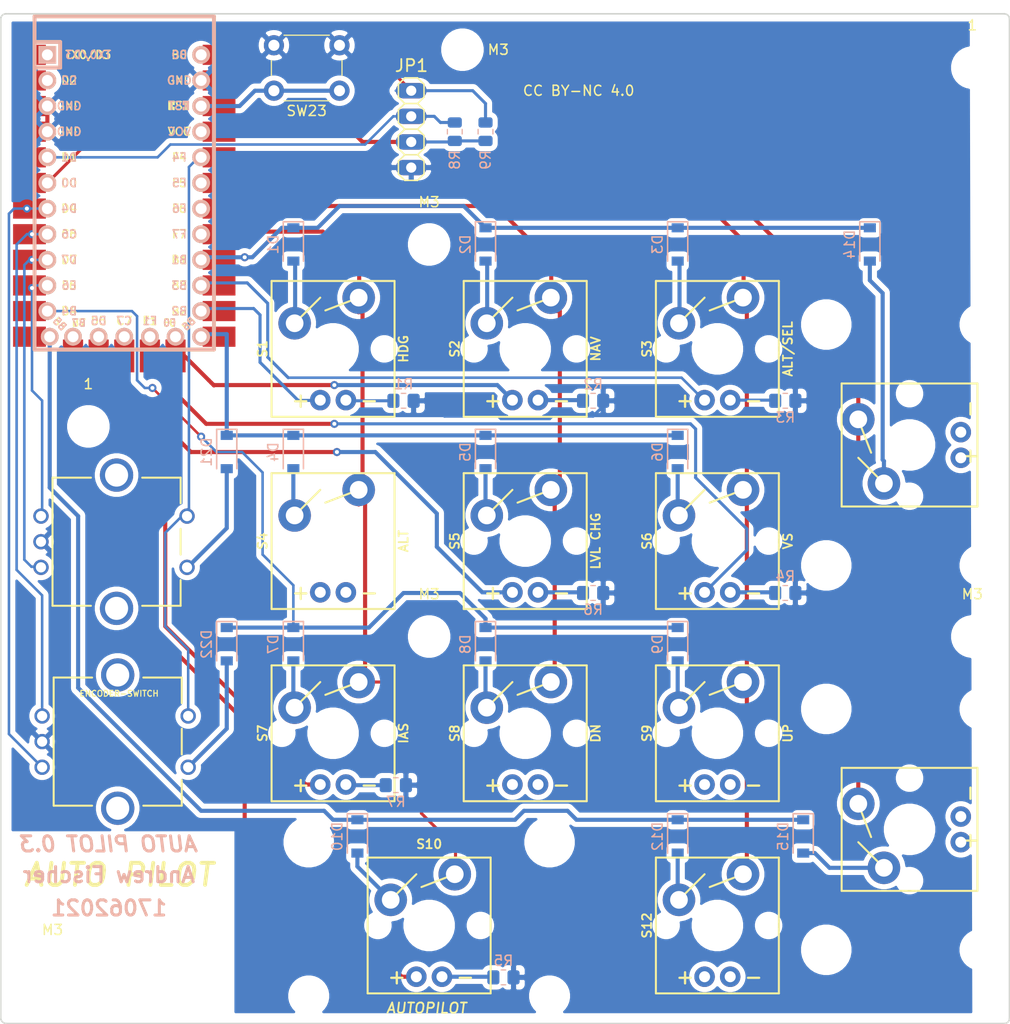
<source format=kicad_pcb>
(kicad_pcb (version 20171130) (host pcbnew "(5.1.9)-1")
  (title_block (title AutoPilot) (date 2021-06-17) (rev 0.3) (comment 2 https://creativecommons.org/licenses/by-nc/4.0/) (comment 3 "License: CC BY-NC 4.0") (comment 4 "Copyright (c) 2021 Andrew Fischer"))
  (layers (0 Top signal) (31 Bottom signal) (34 B.Paste user) (35 F.Paste user) (36 B.SilkS user) (37 F.SilkS user) (38 B.Mask user) (39 F.Mask user) (44 Edge.Cuts user))
  (net 0 "")
  (net 1 GND)
  (net 2 VCC)
  (net 3 "Net-(U1-Pad1)")
  (net 4 "Net-(U1-Pad2)")
  (net 5 "Net-(U1-Pad24)")
  (net 6 "Net-(R2-Pad2)")
  (net 7 "Net-(S4-PadK)")
  (net 8 "Net-(S4-PadA)")
  (net 9 "Net-(S12-PadK)")
  (net 10 "Net-(S12-PadA)")
  (net 11 "Net-(S9-PadK)")
  (net 12 "Net-(S9-PadA)")
  (net 13 "Net-(R1-Pad2)")
  (net 14 "Net-(R4-Pad2)")
  (net 15 "Net-(S14-PadK)")
  (net 16 "Net-(S14-PadA)")
  (net 17 "Net-(S15-PadK)")
  (net 18 "Net-(S15-PadA)")
  (net 19 F0)
  (net 20 F1)
  (net 21 EN1A)
  (net 22 EN1B)
  (net 23 "Net-(D1-Pad2)")
  (net 24 "Net-(R5-Pad2)")
  (net 25 "Net-(R6-Pad1)")
  (net 26 "Net-(R7-Pad1)")
  (net 27 D5)
  (net 28 C7)
  (net 29 B7)
  (net 30 "Net-(D2-Pad2)")
  (net 31 "Net-(D3-Pad2)")
  (net 32 "Net-(D4-Pad2)")
  (net 33 "Net-(D5-Pad2)")
  (net 34 "Net-(D6-Pad2)")
  (net 35 "Net-(D7-Pad2)")
  (net 36 "Net-(D8-Pad2)")
  (net 37 "Net-(D9-Pad2)")
  (net 38 ROW0)
  (net 39 ROW1)
  (net 40 ROW2)
  (net 41 "Net-(D10-Pad2)")
  (net 42 ROW3)
  (net 43 "Net-(D12-Pad2)")
  (net 44 "Net-(D14-Pad2)")
  (net 45 "Net-(D15-Pad2)")
  (net 46 "Net-(D21-Pad2)")
  (net 47 "Net-(D22-Pad2)")
  (net 48 SDA)
  (net 49 SCL)
  (net 50 COL0)
  (net 51 COL1)
  (net 52 COL2)
  (net 53 RST)
  (net 54 COL3)
  (net 55 EN2A)
  (net 56 EN2B)
  (net 57 B3)
  (net 58 B2)
  (net 59 "Net-(R3-Pad1)")
  (net 60 "Net-(S8-PadK)")
  (net 61 "Net-(S8-PadA)")
  (module AutoPilot:ROTARY_ENC_PLAIN (layer Top) (at 87.63 105.156 180)
    (fp_text reference S21 hide)
    (fp_text value ENCODER-SWITCH hide)
    (pad A thru_hole circle (at 7.493 2.54 180) (size 1.524 1.524) (drill 1.016) (layers *.Cu *.Mask) (net 21 EN1A))
    (pad B thru_hole circle (at 7.493 -2.54 180) (size 1.524 1.524) (drill 1.016) (layers *.Cu *.Mask) (net 22 EN1B))
    (pad SW- thru_hole circle (at -6.985 2.54 180) (size 1.524 1.524) (drill 1.016) (layers *.Cu *.Mask) (net 54 COL3))
    (pad P$4 thru_hole circle (at 0 6.604 180) (size 3.302 3.302) (drill 2.286) (layers *.Cu *.Mask))
    (pad P$3 thru_hole circle (at 0 -6.604 180) (size 3.302 3.302) (drill 2.286) (layers *.Cu *.Mask))
    (pad SW+ thru_hole circle (at -6.985 -2.54 180) (size 1.524 1.524) (drill 1.016) (layers *.Cu *.Mask) (net 46 "Net-(D21-Pad2)"))
    (pad C thru_hole circle (at 7.493 0 180) (size 1.524 1.524) (drill 1.016) (layers *.Cu *.Mask) (net 1 GND))
  )
  (module Resistor_SMD:R_0805_2012Metric (layer Bottom) (at 124.206 64.516 90)
    (fp_text reference R9 (at -2.794 0 270) (layer B.SilkS) (effects (justify mirror)))
    (fp_text value 5.6k)
    (pad 2 smd roundrect (at 0.9125 0 90) (size 1.025 1.4) (layers Bottom B.Paste B.Mask) (roundrect_rratio 0.2439004878048781) (net 49 SCL))
    (pad 1 smd roundrect (at -0.9125 0 90) (size 1.025 1.4) (layers Bottom B.Paste B.Mask) (roundrect_rratio 0.2439004878048781) (net 2 VCC))
  )
  (module Resistor_SMD:R_0805_2012Metric (layer Bottom) (at 121.158 64.516 90)
    (fp_text reference R8 (at -2.794 0 270) (layer B.SilkS) (effects (justify mirror)))
    (fp_text value 5.6k)
    (pad 2 smd roundrect (at 0.9125 0 90) (size 1.025 1.4) (layers Bottom B.Paste B.Mask) (roundrect_rratio 0.2439004878048781) (net 48 SDA))
    (pad 1 smd roundrect (at -0.9125 0 90) (size 1.025 1.4) (layers Bottom B.Paste B.Mask) (roundrect_rratio 0.2439004878048781) (net 2 VCC))
  )
  (module Symbol:Symbol_CC-Noncommercial_CopperTop_Small (layer Top) (at 132.842 64.262)
    (fp_text reference "CC BY-NC 4.0" (at 0.59944 -3.81) (layer F.SilkS))
    (fp_text value CC-Noncommercial)
    (fp_line (start 0 1.30048) (end 0 1.80086) (layer Top) (width 0.381))
    (fp_line (start 0 1.80086) (end 0 1.69926) (layer Top) (width 0.381))
    (fp_line (start 0 -1.50114) (end 0 -1.80086) (layer Top) (width 0.381))
    (fp_line (start -2.4003 -0.8001) (end 2.19964 0.89916) (layer Top) (width 0.381))
    (fp_line (start -2.30124 -0.89916) (end 2.4003 0.8001) (layer Top) (width 0.381))
    (fp_line (start 0.89916 -1.19888) (end 0.8001 -1.30048) (layer Top) (width 0.381))
    (fp_line (start 0.8001 -1.30048) (end 0.39878 -1.39954) (layer Top) (width 0.381))
    (fp_line (start 0.39878 -1.39954) (end -0.29972 -1.39954) (layer Top) (width 0.381))
    (fp_line (start -0.29972 -1.39954) (end -0.50038 -1.30048) (layer Top) (width 0.381))
    (fp_line (start -0.50038 -1.30048) (end -0.70104 -1.09982) (layer Top) (width 0.381))
    (fp_line (start -0.70104 -1.09982) (end -0.8001 -0.89916) (layer Top) (width 0.381))
    (fp_line (start -0.8001 -0.89916) (end -0.8001 -0.59944) (layer Top) (width 0.381))
    (fp_line (start -0.8001 -0.59944) (end -0.70104 -0.29972) (layer Top) (width 0.381))
    (fp_line (start -0.70104 -0.29972) (end -0.50038 -0.09906) (layer Top) (width 0.381))
    (fp_line (start -0.50038 -0.09906) (end 0.29972 0.20066) (layer Top) (width 0.381))
    (fp_line (start 0.29972 0.20066) (end 0.59944 0.39878) (layer Top) (width 0.381))
    (fp_line (start 0.59944 0.39878) (end 0.59944 0.8001) (layer Top) (width 0.381))
    (fp_line (start 0.59944 0.8001) (end 0.29972 1.00076) (layer Top) (width 0.381))
    (fp_line (start 0.29972 1.00076) (end -0.20066 1.09982) (layer Top) (width 0.381))
    (fp_line (start -0.20066 1.09982) (end -0.70104 1.00076) (layer Top) (width 0.381))
    (fp_line (start -0.70104 1.00076) (end -0.8001 1.00076) (layer Top) (width 0.381))
    (fp_line (start -0.8001 1.00076) (end -0.8001 1.19888) (layer Top) (width 0.381))
    (fp_line (start -0.8001 1.19888) (end -0.50038 1.30048) (layer Top) (width 0.381))
    (fp_line (start -0.50038 1.30048) (end 0.20066 1.30048) (layer Top) (width 0.381))
    (fp_line (start 0.20066 1.30048) (end 0.50038 1.19888) (layer Top) (width 0.381))
    (fp_line (start 0.50038 1.19888) (end 0.70104 1.00076) (layer Top) (width 0.381))
    (fp_line (start 0.70104 1.00076) (end 0.8001 0.8001) (layer Top) (width 0.381))
    (fp_line (start 0.8001 0.8001) (end 0.8001 0.50038) (layer Top) (width 0.381))
    (fp_line (start 0.8001 0.50038) (end 0.70104 0.20066) (layer Top) (width 0.381))
    (fp_line (start 0.70104 0.20066) (end 0.29972 -0.09906) (layer Top) (width 0.381))
    (fp_line (start 0.29972 -0.09906) (end -0.29972 -0.20066) (layer Top) (width 0.381))
    (fp_line (start -0.29972 -0.20066) (end -0.50038 -0.39878) (layer Top) (width 0.381))
    (fp_line (start -0.50038 -0.39878) (end -0.59944 -0.70104) (layer Top) (width 0.381))
    (fp_line (start -0.59944 -0.70104) (end -0.50038 -0.89916) (layer Top) (width 0.381))
    (fp_line (start -0.50038 -0.89916) (end -0.29972 -1.09982) (layer Top) (width 0.381))
    (fp_line (start -0.29972 -1.09982) (end 0.09906 -1.19888) (layer Top) (width 0.381))
    (fp_line (start 0.09906 -1.19888) (end 0.39878 -1.09982) (layer Top) (width 0.381))
    (fp_line (start 0.39878 -1.09982) (end 0.70104 -1.00076) (layer Top) (width 0.381))
    (fp_line (start 0.70104 -1.00076) (end 0.89916 -1.19888) (layer Top) (width 0.381))
    (fp_line (start 0 -2.49936) (end -0.09906 -2.49936) (layer Top) (width 0.381))
    (fp_line (start -0.09906 -2.49936) (end -0.70104 -2.4003) (layer Top) (width 0.381))
    (fp_line (start -0.70104 -2.4003) (end -1.19888 -2.19964) (layer Top) (width 0.381))
    (fp_line (start -1.19888 -2.19964) (end -1.69926 -1.80086) (layer Top) (width 0.381))
    (fp_line (start -1.69926 -1.80086) (end -2.19964 -1.19888) (layer Top) (width 0.381))
    (fp_line (start -2.19964 -1.19888) (end -2.4003 -0.8001) (layer Top) (width 0.381))
    (fp_line (start -2.4003 -0.8001) (end -2.49936 -0.29972) (layer Top) (width 0.381))
    (fp_line (start -2.49936 -0.29972) (end -2.49936 0.29972) (layer Top) (width 0.381))
    (fp_line (start -2.49936 0.29972) (end -2.30124 1.09982) (layer Top) (width 0.381))
    (fp_line (start -2.30124 1.09982) (end -1.69926 1.80086) (layer Top) (width 0.381))
    (fp_line (start -1.69926 1.80086) (end -1.19888 2.19964) (layer Top) (width 0.381))
    (fp_line (start -1.19888 2.19964) (end -0.50038 2.49936) (layer Top) (width 0.381))
    (fp_line (start -0.50038 2.49936) (end 0.29972 2.49936) (layer Top) (width 0.381))
    (fp_line (start 0.29972 2.49936) (end 0.89916 2.30124) (layer Top) (width 0.381))
    (fp_line (start 0.89916 2.30124) (end 1.50114 1.99898) (layer Top) (width 0.381))
    (fp_line (start 1.50114 1.99898) (end 1.99898 1.50114) (layer Top) (width 0.381))
    (fp_line (start 1.99898 1.50114) (end 2.4003 0.8001) (layer Top) (width 0.381))
    (fp_line (start 2.4003 0.8001) (end 2.49936 0.20066) (layer Top) (width 0.381))
    (fp_line (start 2.49936 0.20066) (end 2.49936 -0.39878) (layer Top) (width 0.381))
    (fp_line (start 2.49936 -0.39878) (end 2.30124 -1.00076) (layer Top) (width 0.381))
    (fp_line (start 2.30124 -1.00076) (end 1.99898 -1.50114) (layer Top) (width 0.381))
    (fp_line (start 1.99898 -1.50114) (end 1.50114 -1.99898) (layer Top) (width 0.381))
    (fp_line (start 1.50114 -1.99898) (end 1.00076 -2.30124) (layer Top) (width 0.381))
    (fp_line (start 1.00076 -2.30124) (end 0.59944 -2.4003) (layer Top) (width 0.381))
    (fp_line (start 0.59944 -2.4003) (end 0 -2.49936) (layer Top) (width 0.381))
  )
  (module MountingHole:MountingHole_3.2mm_M3 (layer Top) (at 84.836 93.726)
    (fp_text reference 1 (at 0 -4.2) (layer F.SilkS))
    (fp_text value M3)
    (pad "" np_thru_hole circle (at 0 0) (size 3.200001 3.200001) (drill 3.200001) (layers *.Cu *.Mask))
  )
  (module AutoPilot:CHERRY-MX-LED-2X1U (layer Top) (at 175.768 76.5175 180)
    (fp_text reference S14 hide)
    (fp_text value 2U-VERT hide)
    (fp_text user + (at 4.445 -21.209 90) (layer F.SilkS) (effects (font (size 1.4478 1.4478) (thickness 0.2286)) (justify left top)))
    (fp_text user - (at 4.445 -16.51 90) (layer F.SilkS) (effects (font (size 1.4478 1.4478) (thickness 0.2286)) (justify left top)))
    (pad "" np_thru_hole circle (at 17.78 -7.112 180) (size 3.9878 3.9878) (drill 3.9878) (layers *.Cu *.Mask))
    (pad "" np_thru_hole circle (at 17.78 -30.988 180) (size 3.9878 3.9878) (drill 3.9878) (layers *.Cu *.Mask))
    (pad "" np_thru_hole circle (at 2.54 -30.988 180) (size 3.048 3.048) (drill 3.048) (layers *.Cu *.Mask))
    (pad "" np_thru_hole circle (at 2.54 -7.112 180) (size 3.048 3.048) (drill 3.048) (layers *.Cu *.Mask))
    (pad "" np_thru_hole circle (at 9.525 -19.05 180) (size 4.0894 4.0894) (drill 4.0894) (layers *.Cu *.Mask))
    (pad "" np_thru_hole circle (at 9.525 -24.13 180) (size 1.706881 1.706881) (drill 1.706881) (layers *.Cu *.Mask))
    (pad "" np_thru_hole circle (at 9.525 -13.97 180) (size 1.706881 1.706881) (drill 1.706881) (layers *.Cu *.Mask))
    (pad A thru_hole circle (at 4.445 -20.32 90) (size 2.032 2.032) (drill 1.0922) (layers *.Cu *.Mask) (net 16 "Net-(S14-PadA)"))
    (pad K thru_hole circle (at 4.445 -17.78 90) (size 2.032 2.032) (drill 1.0922) (layers *.Cu *.Mask) (net 15 "Net-(S14-PadK)"))
    (pad S1 thru_hole circle (at 12.065 -22.86 90) (size 3.2258 3.2258) (drill 1.7526) (layers *.Cu *.Mask) (net 44 "Net-(D14-Pad2)"))
    (pad S2 thru_hole circle (at 14.605 -16.51 90) (size 3.2258 3.2258) (drill 1.7526) (layers *.Cu *.Mask) (net 54 COL3))
  )
  (module AutoPilot:CHERRY-MX-LED-2X1U (layer Top) (at 175.768 114.6175 180)
    (fp_text reference S15 hide)
    (fp_text value 2U-VERT hide)
    (fp_text user + (at 4.445 -21.209 90) (layer F.SilkS) (effects (font (size 1.4478 1.4478) (thickness 0.2286)) (justify left top)))
    (fp_text user - (at 4.445 -16.51 90) (layer F.SilkS) (effects (font (size 1.4478 1.4478) (thickness 0.2286)) (justify left top)))
    (pad "" np_thru_hole circle (at 17.78 -7.112 180) (size 3.9878 3.9878) (drill 3.9878) (layers *.Cu *.Mask))
    (pad "" np_thru_hole circle (at 17.78 -30.988 180) (size 3.9878 3.9878) (drill 3.9878) (layers *.Cu *.Mask))
    (pad "" np_thru_hole circle (at 2.54 -30.988 180) (size 3.048 3.048) (drill 3.048) (layers *.Cu *.Mask))
    (pad "" np_thru_hole circle (at 2.54 -7.112 180) (size 3.048 3.048) (drill 3.048) (layers *.Cu *.Mask))
    (pad "" np_thru_hole circle (at 9.525 -19.05 180) (size 4.0894 4.0894) (drill 4.0894) (layers *.Cu *.Mask))
    (pad "" np_thru_hole circle (at 9.525 -24.13 180) (size 1.706881 1.706881) (drill 1.706881) (layers *.Cu *.Mask))
    (pad "" np_thru_hole circle (at 9.525 -13.97 180) (size 1.706881 1.706881) (drill 1.706881) (layers *.Cu *.Mask))
    (pad A thru_hole circle (at 4.445 -20.32 90) (size 2.032 2.032) (drill 1.0922) (layers *.Cu *.Mask) (net 18 "Net-(S15-PadA)"))
    (pad K thru_hole circle (at 4.445 -17.78 90) (size 2.032 2.032) (drill 1.0922) (layers *.Cu *.Mask) (net 17 "Net-(S15-PadK)"))
    (pad S1 thru_hole circle (at 12.065 -22.86 90) (size 3.2258 3.2258) (drill 1.7526) (layers *.Cu *.Mask) (net 45 "Net-(D15-Pad2)"))
    (pad S2 thru_hole circle (at 14.605 -16.51 90) (size 3.2258 3.2258) (drill 1.7526) (layers *.Cu *.Mask) (net 54 COL3))
  )
  (module AutoPilot:CHERRY-MX-LED-1X2U (layer Top) (at 99.568 152.7175)
    (fp_text reference S10 (at 19.05 -17.5895 180) (layer F.SilkS) (effects (font (size 0.889 0.889) (thickness 0.1778))))
    (fp_text value AUTOPILOT (at 18.796 -1.3335 180) (layer F.SilkS) (effects (font (size 1.016 1.016) (thickness 0.1778) italic)))
    (fp_text user - (at 21.59 -4.445) (layer F.SilkS) (effects (font (size 1.4478 1.4478) (thickness 0.2286)) (justify left)))
    (fp_text user + (at 16.891 -4.445) (layer F.SilkS) (effects (font (size 1.4478 1.4478) (thickness 0.2286)) (justify right)))
    (pad "" np_thru_hole circle (at 7.112 -17.78) (size 3.9878 3.9878) (drill 3.9878) (layers *.Cu *.Mask))
    (pad "" np_thru_hole circle (at 30.988 -17.78) (size 3.9878 3.9878) (drill 3.9878) (layers *.Cu *.Mask))
    (pad "" np_thru_hole circle (at 30.988 -2.54) (size 3.048 3.048) (drill 3.048) (layers *.Cu *.Mask))
    (pad "" np_thru_hole circle (at 7.112 -2.54) (size 3.048 3.048) (drill 3.048) (layers *.Cu *.Mask))
    (pad S2 thru_hole circle (at 21.59 -14.605) (size 3.2258 3.2258) (drill 1.7526) (layers *.Cu *.Mask) (net 50 COL0))
    (pad S1 thru_hole circle (at 15.24 -12.065) (size 3.2258 3.2258) (drill 1.7526) (layers *.Cu *.Mask) (net 41 "Net-(D10-Pad2)"))
    (pad K thru_hole circle (at 20.32 -4.445) (size 2.032 2.032) (drill 1.0922) (layers *.Cu *.Mask) (net 24 "Net-(R5-Pad2)"))
    (pad A thru_hole circle (at 17.78 -4.445) (size 2.032 2.032) (drill 1.0922) (layers *.Cu *.Mask) (net 29 B7))
    (pad "" np_thru_hole circle (at 24.13 -9.525) (size 1.706881 1.706881) (drill 1.706881) (layers *.Cu *.Mask))
    (pad "" np_thru_hole circle (at 13.97 -9.525) (size 1.706881 1.706881) (drill 1.706881) (layers *.Cu *.Mask))
    (pad "" np_thru_hole circle (at 19.05 -9.525) (size 4.0894 4.0894) (drill 4.0894) (layers *.Cu *.Mask))
  )
  (module AutoPilot:D_SOD-123 (layer Bottom) (at 98.552 115.316 270)
    (fp_text reference D22 (at 0 2 90) (layer B.SilkS) (effects (justify mirror)))
    (fp_text value 1N4148W)
    (pad 2 smd rect (at 1.65 0 270) (size 0.9 1.2) (layers Bottom B.Paste B.Mask) (net 47 "Net-(D22-Pad2)"))
    (pad 1 smd rect (at -1.65 0 270) (size 0.9 1.2) (layers Bottom B.Paste B.Mask) (net 40 ROW2))
  )
  (module AutoPilot:D_SOD-123 (layer Bottom) (at 98.552 96.266 270)
    (fp_text reference D21 (at 0 2 90) (layer B.SilkS) (effects (justify mirror)))
    (fp_text value 1N4148W)
    (pad 2 smd rect (at 1.65 0 270) (size 0.9 1.2) (layers Bottom B.Paste B.Mask) (net 46 "Net-(D21-Pad2)"))
    (pad 1 smd rect (at -1.65 0 270) (size 0.9 1.2) (layers Bottom B.Paste B.Mask) (net 39 ROW1))
  )
  (module AutoPilot:D_SOD-123 (layer Bottom) (at 155.702 134.366 270)
    (fp_text reference D15 (at 0 2 90) (layer B.SilkS) (effects (justify mirror)))
    (fp_text value 1N4148W)
    (pad 2 smd rect (at 1.65 0 270) (size 0.9 1.2) (layers Bottom B.Paste B.Mask) (net 45 "Net-(D15-Pad2)"))
    (pad 1 smd rect (at -1.65 0 270) (size 0.9 1.2) (layers Bottom B.Paste B.Mask) (net 42 ROW3))
  )
  (module AutoPilot:D_SOD-123 (layer Bottom) (at 162.306 75.692 270)
    (fp_text reference D14 (at 0 2 90) (layer B.SilkS) (effects (justify mirror)))
    (fp_text value 1N4148W)
    (pad 2 smd rect (at 1.65 0 270) (size 0.9 1.2) (layers Bottom B.Paste B.Mask) (net 44 "Net-(D14-Pad2)"))
    (pad 1 smd rect (at -1.65 0 270) (size 0.9 1.2) (layers Bottom B.Paste B.Mask) (net 38 ROW0))
  )
  (module AutoPilot:D_SOD-123 (layer Bottom) (at 143.256 134.366 270)
    (fp_text reference D12 (at 0 2 90) (layer B.SilkS) (effects (justify mirror)))
    (fp_text value 1N4148W)
    (pad 2 smd rect (at 1.65 0 270) (size 0.9 1.2) (layers Bottom B.Paste B.Mask) (net 43 "Net-(D12-Pad2)"))
    (pad 1 smd rect (at -1.65 0 270) (size 0.9 1.2) (layers Bottom B.Paste B.Mask) (net 42 ROW3))
  )
  (module AutoPilot:D_SOD-123 (layer Bottom) (at 111.506 134.366 270)
    (fp_text reference D10 (at 0 2 90) (layer B.SilkS) (effects (justify mirror)))
    (fp_text value 1N4148W)
    (pad 2 smd rect (at 1.65 0 270) (size 0.9 1.2) (layers Bottom B.Paste B.Mask) (net 41 "Net-(D10-Pad2)"))
    (pad 1 smd rect (at -1.65 0 270) (size 0.9 1.2) (layers Bottom B.Paste B.Mask) (net 42 ROW3))
  )
  (module AutoPilot:D_SOD-123 (layer Bottom) (at 143.256 115.316 270)
    (fp_text reference D9 (at 0 2 90) (layer B.SilkS) (effects (justify mirror)))
    (fp_text value 1N4148W)
    (pad 2 smd rect (at 1.65 0 270) (size 0.9 1.2) (layers Bottom B.Paste B.Mask) (net 37 "Net-(D9-Pad2)"))
    (pad 1 smd rect (at -1.65 0 270) (size 0.9 1.2) (layers Bottom B.Paste B.Mask) (net 40 ROW2))
  )
  (module AutoPilot:D_SOD-123 (layer Bottom) (at 124.206 115.316 270)
    (fp_text reference D8 (at 0 2 90) (layer B.SilkS) (effects (justify mirror)))
    (fp_text value 1N4148W)
    (pad 2 smd rect (at 1.65 0 270) (size 0.9 1.2) (layers Bottom B.Paste B.Mask) (net 36 "Net-(D8-Pad2)"))
    (pad 1 smd rect (at -1.65 0 270) (size 0.9 1.2) (layers Bottom B.Paste B.Mask) (net 40 ROW2))
  )
  (module AutoPilot:D_SOD-123 (layer Bottom) (at 105.156 115.316 270)
    (fp_text reference D7 (at 0 2 90) (layer B.SilkS) (effects (justify mirror)))
    (fp_text value 1N4148W)
    (pad 2 smd rect (at 1.65 0 270) (size 0.9 1.2) (layers Bottom B.Paste B.Mask) (net 35 "Net-(D7-Pad2)"))
    (pad 1 smd rect (at -1.65 0 270) (size 0.9 1.2) (layers Bottom B.Paste B.Mask) (net 40 ROW2))
  )
  (module AutoPilot:D_SOD-123 (layer Bottom) (at 143.256 96.266 270)
    (fp_text reference D6 (at 0 2 90) (layer B.SilkS) (effects (justify mirror)))
    (fp_text value 1N4148W)
    (pad 2 smd rect (at 1.65 0 270) (size 0.9 1.2) (layers Bottom B.Paste B.Mask) (net 34 "Net-(D6-Pad2)"))
    (pad 1 smd rect (at -1.65 0 270) (size 0.9 1.2) (layers Bottom B.Paste B.Mask) (net 39 ROW1))
  )
  (module AutoPilot:D_SOD-123 (layer Bottom) (at 124.206 96.266 270)
    (fp_text reference D5 (at 0 2 90) (layer B.SilkS) (effects (justify mirror)))
    (fp_text value 1N4148W)
    (pad 2 smd rect (at 1.65 0 270) (size 0.9 1.2) (layers Bottom B.Paste B.Mask) (net 33 "Net-(D5-Pad2)"))
    (pad 1 smd rect (at -1.65 0 270) (size 0.9 1.2) (layers Bottom B.Paste B.Mask) (net 39 ROW1))
  )
  (module AutoPilot:D_SOD-123 (layer Bottom) (at 105.156 96.266 270)
    (fp_text reference D4 (at 0 2 90) (layer B.SilkS) (effects (justify mirror)))
    (fp_text value 1N4148W)
    (pad 2 smd rect (at 1.65 0 270) (size 0.9 1.2) (layers Bottom B.Paste B.Mask) (net 32 "Net-(D4-Pad2)"))
    (pad 1 smd rect (at -1.65 0 270) (size 0.9 1.2) (layers Bottom B.Paste B.Mask) (net 39 ROW1))
  )
  (module AutoPilot:D_SOD-123 (layer Bottom) (at 143.256 75.692 270)
    (fp_text reference D3 (at 0 2 90) (layer B.SilkS) (effects (justify mirror)))
    (fp_text value 1N4148W)
    (pad 2 smd rect (at 1.65 0 270) (size 0.9 1.2) (layers Bottom B.Paste B.Mask) (net 31 "Net-(D3-Pad2)"))
    (pad 1 smd rect (at -1.65 0 270) (size 0.9 1.2) (layers Bottom B.Paste B.Mask) (net 38 ROW0))
  )
  (module AutoPilot:D_SOD-123 (layer Bottom) (at 124.206 75.692 270)
    (fp_text reference D2 (at 0 2 90) (layer B.SilkS) (effects (justify mirror)))
    (fp_text value 1N4148W)
    (pad 2 smd rect (at 1.65 0 270) (size 0.9 1.2) (layers Bottom B.Paste B.Mask) (net 30 "Net-(D2-Pad2)"))
    (pad 1 smd rect (at -1.65 0 270) (size 0.9 1.2) (layers Bottom B.Paste B.Mask) (net 38 ROW0))
  )
  (module AutoPilot:D_SOD-123 (layer Bottom) (at 105.156 75.692 270)
    (fp_text reference D1 (at 0 2 90) (layer B.SilkS) (effects (justify mirror)))
    (fp_text value 1N4148W)
    (pad 2 smd rect (at 1.65 0 270) (size 0.9 1.2) (layers Bottom B.Paste B.Mask) (net 23 "Net-(D1-Pad2)"))
    (pad 1 smd rect (at -1.65 0 270) (size 0.9 1.2) (layers Bottom B.Paste B.Mask) (net 38 ROW0))
  )
  (module MountingHole:MountingHole_3.2mm_M3 (layer Top) (at 118.618 114.554)
    (fp_text reference M3 (at 0 -4.2) (layer F.SilkS))
    (fp_text value M3)
    (pad 1 np_thru_hole circle (at 0 0) (size 3.2 3.2) (drill 3.2) (layers *.Cu *.Mask))
  )
  (module keebio:Elite-C-castellated-29pin-holes (layer Top) (at 88.392 70.866 270)
    (fp_text reference U1 hide)
    (fp_text value Elite-C hide)
    (fp_text user D2 (at -11.43 5.461) (layer B.SilkS) (effects (font (size 0.8 0.8)) (justify mirror)))
    (fp_text user D0 (at -1.27 5.461) (layer B.SilkS) (effects (font (size 0.8 0.8)) (justify mirror)))
    (fp_text user D1 (at -3.81 5.461) (layer B.SilkS) (effects (font (size 0.8 0.8)) (justify mirror)))
    (fp_text user GND (at -6.35 5.461) (layer B.SilkS) (effects (font (size 0.8 0.8)) (justify mirror)))
    (fp_text user GND (at -8.89 5.461) (layer B.SilkS) (effects (font (size 0.8 0.8)) (justify mirror)))
    (fp_text user D4 (at 1.27 5.461) (layer B.SilkS) (effects (font (size 0.8 0.8)) (justify mirror)))
    (fp_text user C6 (at 3.81 5.461) (layer B.SilkS) (effects (font (size 0.8 0.8)) (justify mirror)))
    (fp_text user D7 (at 6.35 5.461) (layer B.SilkS) (effects (font (size 0.8 0.8)) (justify mirror)))
    (fp_text user E6 (at 8.89 5.461) (layer B.SilkS) (effects (font (size 0.8 0.8)) (justify mirror)))
    (fp_text user B4 (at 11.43 5.461) (layer B.SilkS) (effects (font (size 0.8 0.8)) (justify mirror)))
    (fp_text user B5 (at 12.7 6.4 135) (layer B.SilkS) (effects (font (size 0.7 0.7)) (justify mirror)))
    (fp_text user B2 (at 11.43 -5.461) (layer F.SilkS) (effects (font (size 0.8 0.8))))
    (fp_text user B3 (at 8.89 -5.461) (layer B.SilkS) (effects (font (size 0.8 0.8)) (justify mirror)))
    (fp_text user B1 (at 6.35 -5.461) (layer B.SilkS) (effects (font (size 0.8 0.8)) (justify mirror)))
    (fp_text user F7 (at 3.81 -5.461) (layer F.SilkS) (effects (font (size 0.8 0.8))))
    (fp_text user F6 (at 1.27 -5.461) (layer F.SilkS) (effects (font (size 0.8 0.8))))
    (fp_text user F5 (at -1.27 -5.461) (layer F.SilkS) (effects (font (size 0.8 0.8))))
    (fp_text user F4 (at -3.81 -5.461) (layer B.SilkS) (effects (font (size 0.8 0.8)) (justify mirror)))
    (fp_text user VCC (at -6.35 -5.461) (layer B.SilkS) (effects (font (size 0.8 0.8)) (justify mirror)))
    (fp_text user GND (at -11.43 -5.461) (layer B.SilkS) (effects (font (size 0.8 0.8)) (justify mirror)))
    (fp_text user B0 (at -13.97 -5.461) (layer B.SilkS) (effects (font (size 0.8 0.8)) (justify mirror)))
    (fp_text user B0 (at -13.97 -5.461) (layer F.SilkS) (effects (font (size 0.8 0.8))))
    (fp_text user GND (at -11.43 -5.461) (layer F.SilkS) (effects (font (size 0.8 0.8))))
    (fp_text user ST (at -8.92 -5.73312) (layer F.SilkS) (effects (font (size 0.8 0.8))))
    (fp_text user VCC (at -6.35 -5.461) (layer F.SilkS) (effects (font (size 0.8 0.8))))
    (fp_text user F4 (at -3.81 -5.461) (layer F.SilkS) (effects (font (size 0.8 0.8))))
    (fp_text user F5 (at -1.27 -5.461) (layer B.SilkS) (effects (font (size 0.8 0.8)) (justify mirror)))
    (fp_text user F6 (at 1.27 -5.461) (layer B.SilkS) (effects (font (size 0.8 0.8)) (justify mirror)))
    (fp_text user F7 (at 3.81 -5.461) (layer B.SilkS) (effects (font (size 0.8 0.8)) (justify mirror)))
    (fp_text user B1 (at 6.35 -5.461) (layer F.SilkS) (effects (font (size 0.8 0.8))))
    (fp_text user B3 (at 8.89 -5.461) (layer F.SilkS) (effects (font (size 0.8 0.8))))
    (fp_text user B2 (at 11.43 -5.461) (layer B.SilkS) (effects (font (size 0.8 0.8)) (justify mirror)))
    (fp_text user B5 (at 12.7 6.4 135) (layer F.SilkS) (effects (font (size 0.7 0.7))))
    (fp_text user B4 (at 11.43 5.461) (layer F.SilkS) (effects (font (size 0.8 0.8))))
    (fp_text user E6 (at 8.89 5.461) (layer F.SilkS) (effects (font (size 0.8 0.8))))
    (fp_text user D7 (at 6.35 5.461) (layer F.SilkS) (effects (font (size 0.8 0.8))))
    (fp_text user C6 (at 3.81 5.461) (layer F.SilkS) (effects (font (size 0.8 0.8))))
    (fp_text user D4 (at 1.27 5.461) (layer F.SilkS) (effects (font (size 0.8 0.8))))
    (fp_text user GND (at -8.89 5.461) (layer F.SilkS) (effects (font (size 0.8 0.8))))
    (fp_text user GND (at -6.35 5.461) (layer F.SilkS) (effects (font (size 0.8 0.8))))
    (fp_text user D1 (at -3.81 5.461) (layer F.SilkS) (effects (font (size 0.8 0.8))))
    (fp_text user D0 (at -1.27 5.461) (layer F.SilkS) (effects (font (size 0.8 0.8))))
    (fp_text user D2 (at -11.43 5.461) (layer F.SilkS) (effects (font (size 0.8 0.8))))
    (fp_text user TX0/D3 (at -13.97 3.571872) (layer B.SilkS) (effects (font (size 0.8 0.8)) (justify mirror)))
    (fp_text user TX0/D3 (at -13.97 3.571872) (layer F.SilkS) (effects (font (size 0.8 0.8))))
    (fp_text user ST (at -8.91 -5.04) (layer B.SilkS) (effects (font (size 0.8 0.8)) (justify mirror)))
    (fp_text user B7 (at 12.6 4.5) (layer F.SilkS) (effects (font (size 0.7 0.7))))
    (fp_text user B7 (at 12.6 4.5) (layer B.SilkS) (effects (font (size 0.7 0.7)) (justify mirror)))
    (fp_text user F0 (at 12.6 -4.5) (layer B.SilkS) (effects (font (size 0.7 0.7)) (justify mirror)))
    (fp_text user F0 (at 12.6 -4.5) (layer F.SilkS) (effects (font (size 0.7 0.7))))
    (fp_text user B6 (at 12.7 -6.4 45 unlocked) (layer F.SilkS) (effects (font (size 0.7 0.7))))
    (fp_text user B6 (at 12.7 -6.4 45 unlocked) (layer B.SilkS) (effects (font (size 0.7 0.7)) (justify mirror)))
    (fp_text user C7 (at 12.4 0) (layer F.SilkS) (effects (font (size 0.8 0.8))))
    (fp_text user C7 (at 12.4 0) (layer B.SilkS) (effects (font (size 0.8 0.8)) (justify mirror)))
    (fp_text user F1 (at 12.4 -2.54) (layer B.SilkS) (effects (font (size 0.8 0.8)) (justify mirror)))
    (fp_text user F1 (at 12.4 -2.54) (layer F.SilkS) (effects (font (size 0.8 0.8))))
    (fp_text user D5 (at 12.4 2.54) (layer F.SilkS) (effects (font (size 0.8 0.8))))
    (fp_text user D5 (at 12.4 2.54) (layer B.SilkS) (effects (font (size 0.8 0.8)) (justify mirror)))
    (pad 29 smd rect (at 15.875 -5.08) (size 2 3.25) (layers Top F.Paste F.Mask) (net 19 F0))
    (pad 28 smd rect (at 15.875 -2.54) (size 2 3.25) (layers Top F.Paste F.Mask) (net 20 F1))
    (pad 27 smd rect (at 15.875 0) (size 2 3.25) (layers Top F.Paste F.Mask) (net 28 C7))
    (pad 26 smd rect (at 15.875 2.54) (size 2 3.25) (layers Top F.Paste F.Mask) (net 27 D5))
    (pad 25 smd rect (at 15.875 5.08) (size 2 3.25) (layers Top F.Paste F.Mask) (net 29 B7))
    (pad 24 smd rect (at -13.97 -9.398 270) (size 2 3.25) (layers Top F.Paste F.Mask) (net 5 "Net-(U1-Pad24)"))
    (pad 23 smd rect (at -11.43 -9.398 270) (size 2 3.25) (layers Top F.Paste F.Mask) (net 1 GND))
    (pad 22 smd rect (at -8.89 -9.398 270) (size 2 3.25) (layers Top F.Paste F.Mask) (net 53 RST))
    (pad 21 smd rect (at -6.35 -9.398 270) (size 2 3.25) (layers Top F.Paste F.Mask) (net 2 VCC))
    (pad 20 smd rect (at -3.81 -9.398 270) (size 2 3.25) (layers Top F.Paste F.Mask) (net 54 COL3))
    (pad 19 smd rect (at -1.27 -9.398 270) (size 2 3.25) (layers Top F.Paste F.Mask) (net 52 COL2))
    (pad 18 smd rect (at 1.27 -9.398 270) (size 2 3.25) (layers Top F.Paste F.Mask) (net 51 COL1))
    (pad 17 smd rect (at 3.81 -9.398 270) (size 2 3.25) (layers Top F.Paste F.Mask) (net 50 COL0))
    (pad 16 smd rect (at 6.35 -9.398 270) (size 2 3.25) (layers Top F.Paste F.Mask) (net 38 ROW0))
    (pad 15 smd rect (at 8.89 -9.398 270) (size 2 3.25) (layers Top F.Paste F.Mask) (net 57 B3))
    (pad 14 smd rect (at 11.43 -9.398 270) (size 2 3.25) (layers Top F.Paste F.Mask) (net 58 B2))
    (pad 13 smd rect (at 13.97 -9.398 270) (size 2 3.25) (layers Top F.Paste F.Mask) (net 39 ROW1))
    (pad 12 smd rect (at 13.97 9.398 270) (size 2 3.25) (layers Top F.Paste F.Mask) (net 42 ROW3))
    (pad 11 smd rect (at 11.43 9.398 270) (size 2 3.25) (layers Top F.Paste F.Mask) (net 40 ROW2))
    (pad 10 smd rect (at 8.89 9.398 270) (size 2 3.25) (layers Top F.Paste F.Mask) (net 21 EN1A))
    (pad 9 smd rect (at 6.35 9.398 270) (size 2 3.25) (layers Top F.Paste F.Mask) (net 22 EN1B))
    (pad 8 smd rect (at 3.81 9.398 270) (size 2 3.25) (layers Top F.Paste F.Mask) (net 55 EN2A))
    (pad 7 smd rect (at 1.27 9.398 270) (size 2 3.25) (layers Top F.Paste F.Mask) (net 56 EN2B))
    (pad 6 smd rect (at -1.27 9.398 270) (size 2 3.25) (layers Top F.Paste F.Mask) (net 49 SCL))
    (pad 5 smd rect (at -3.81 9.398 270) (size 2 3.25) (layers Top F.Paste F.Mask) (net 48 SDA))
    (pad 4 smd rect (at -6.35 9.398 270) (size 2 3.25) (layers Top F.Paste F.Mask) (net 1 GND))
    (pad 3 smd rect (at -8.89 9.398 270) (size 2 3.25) (layers Top F.Paste F.Mask) (net 1 GND))
    (pad 2 smd rect (at -11.43 9.398 270) (size 2 3.25) (layers Top F.Paste F.Mask) (net 4 "Net-(U1-Pad2)"))
    (pad 1 smd rect (at -13.97 9.398 270) (size 2 3.25) (layers Top F.Paste F.Mask) (net 3 "Net-(U1-Pad1)"))
    (pad 25 thru_hole circle (at 13.97 5.08 270) (size 1.7526 1.7526) (drill 1.0922) (layers *.Cu *.SilkS *.Mask) (net 29 B7))
    (pad 26 thru_hole circle (at 13.97 2.54 270) (size 1.7526 1.7526) (drill 1.0922) (layers *.Cu *.SilkS *.Mask) (net 27 D5))
    (pad 27 thru_hole circle (at 13.97 0 270) (size 1.7526 1.7526) (drill 1.0922) (layers *.Cu *.SilkS *.Mask) (net 28 C7))
    (pad 28 thru_hole circle (at 13.97 -2.54 270) (size 1.7526 1.7526) (drill 1.0922) (layers *.Cu *.SilkS *.Mask) (net 20 F1))
    (pad 29 thru_hole circle (at 13.97 -5.08 270) (size 1.7526 1.7526) (drill 1.0922) (layers *.Cu *.SilkS *.Mask) (net 19 F0))
    (pad 24 thru_hole circle (at -13.97 -7.62 270) (size 1.7526 1.7526) (drill 1.0922) (layers *.Cu *.SilkS *.Mask) (net 5 "Net-(U1-Pad24)"))
    (pad 12 thru_hole circle (at 13.97 7.3914 270) (size 1.7526 1.7526) (drill 1.0922) (layers *.Cu *.SilkS *.Mask) (net 42 ROW3))
    (pad 23 thru_hole circle (at -11.43 -7.62 270) (size 1.7526 1.7526) (drill 1.0922) (layers *.Cu *.SilkS *.Mask) (net 1 GND))
    (pad 22 thru_hole circle (at -8.89 -7.62 270) (size 1.7526 1.7526) (drill 1.0922) (layers *.Cu *.SilkS *.Mask) (net 53 RST))
    (pad 21 thru_hole circle (at -6.35 -7.62 270) (size 1.7526 1.7526) (drill 1.0922) (layers *.Cu *.SilkS *.Mask) (net 2 VCC))
    (pad 20 thru_hole circle (at -3.81 -7.62 270) (size 1.7526 1.7526) (drill 1.0922) (layers *.Cu *.SilkS *.Mask) (net 54 COL3))
    (pad 19 thru_hole circle (at -1.27 -7.62 270) (size 1.7526 1.7526) (drill 1.0922) (layers *.Cu *.SilkS *.Mask) (net 52 COL2))
    (pad 18 thru_hole circle (at 1.27 -7.62 270) (size 1.7526 1.7526) (drill 1.0922) (layers *.Cu *.SilkS *.Mask) (net 51 COL1))
    (pad 17 thru_hole circle (at 3.81 -7.62 270) (size 1.7526 1.7526) (drill 1.0922) (layers *.Cu *.SilkS *.Mask) (net 50 COL0))
    (pad 16 thru_hole circle (at 6.35 -7.62 270) (size 1.7526 1.7526) (drill 1.0922) (layers *.Cu *.SilkS *.Mask) (net 38 ROW0))
    (pad 15 thru_hole circle (at 8.89 -7.62 270) (size 1.7526 1.7526) (drill 1.0922) (layers *.Cu *.SilkS *.Mask) (net 57 B3))
    (pad 14 thru_hole circle (at 11.43 -7.62 270) (size 1.7526 1.7526) (drill 1.0922) (layers *.Cu *.SilkS *.Mask) (net 58 B2))
    (pad 13 thru_hole circle (at 13.97 -7.62 270) (size 1.7526 1.7526) (drill 1.0922) (layers *.Cu *.SilkS *.Mask) (net 39 ROW1))
    (pad 11 thru_hole circle (at 11.43 7.62 270) (size 1.7526 1.7526) (drill 1.0922) (layers *.Cu *.SilkS *.Mask) (net 40 ROW2))
    (pad 10 thru_hole circle (at 8.89 7.62 270) (size 1.7526 1.7526) (drill 1.0922) (layers *.Cu *.SilkS *.Mask) (net 21 EN1A))
    (pad 9 thru_hole circle (at 6.35 7.62 270) (size 1.7526 1.7526) (drill 1.0922) (layers *.Cu *.SilkS *.Mask) (net 22 EN1B))
    (pad 8 thru_hole circle (at 3.81 7.62 270) (size 1.7526 1.7526) (drill 1.0922) (layers *.Cu *.SilkS *.Mask) (net 55 EN2A))
    (pad 7 thru_hole circle (at 1.27 7.62 270) (size 1.7526 1.7526) (drill 1.0922) (layers *.Cu *.SilkS *.Mask) (net 56 EN2B))
    (pad 6 thru_hole circle (at -1.27 7.62 270) (size 1.7526 1.7526) (drill 1.0922) (layers *.Cu *.SilkS *.Mask) (net 49 SCL))
    (pad 5 thru_hole circle (at -3.81 7.62 270) (size 1.7526 1.7526) (drill 1.0922) (layers *.Cu *.SilkS *.Mask) (net 48 SDA))
    (pad 4 thru_hole circle (at -6.35 7.62 270) (size 1.7526 1.7526) (drill 1.0922) (layers *.Cu *.SilkS *.Mask) (net 1 GND))
    (pad 3 thru_hole circle (at -8.89 7.62 270) (size 1.7526 1.7526) (drill 1.0922) (layers *.Cu *.SilkS *.Mask) (net 1 GND))
    (pad 2 thru_hole circle (at -11.43 7.62 270) (size 1.7526 1.7526) (drill 1.0922) (layers *.Cu *.SilkS *.Mask) (net 4 "Net-(U1-Pad2)"))
    (pad 1 thru_hole rect (at -13.97 7.62 270) (size 1.7526 1.7526) (drill 1.0922) (layers *.Cu *.SilkS *.Mask) (net 3 "Net-(U1-Pad1)"))
  )
  (module MountingHole:MountingHole_3.2mm_M3 (layer Top) (at 118.618 75.692)
    (fp_text reference M3 (at 0 -4.2) (layer F.SilkS))
    (fp_text value M3)
    (pad 1 np_thru_hole circle (at 0 0) (size 3.2 3.2) (drill 3.2) (layers *.Cu *.Mask))
  )
  (module MountingHole:MountingHole_3.2mm_M3 (layer Top) (at 121.92 56.388)
    (fp_text reference M3 (at 3.556 0) (layer F.SilkS))
    (fp_text value M3)
    (pad 1 np_thru_hole circle (at 0 0) (size 3.2 3.2) (drill 3.2) (layers *.Cu *.Mask))
  )
  (module MountingHole:MountingHole_3.2mm_M3 (layer Top) (at 172.466 58.166)
    (fp_text reference 1 (at 0 -4.2) (layer F.SilkS))
    (fp_text value M3)
    (pad 1 np_thru_hole circle (at 0 0) (size 3.2 3.2) (drill 3.2) (layers *.Cu *.Mask))
  )
  (module MountingHole:MountingHole_3.2mm_M3 (layer Top) (at 81.28 147.828)
    (fp_text reference M3 (at 0 -4.2) (layer F.SilkS))
    (fp_text value M3)
    (pad 1 np_thru_hole circle (at 0 0) (size 3.2 3.2) (drill 3.2) (layers *.Cu *.Mask))
  )
  (module MountingHole:MountingHole_3.2mm_M3 (layer Top) (at 172.466 114.554)
    (fp_text reference M3 (at 0 -4.2) (layer F.SilkS))
    (fp_text value M3 hide)
    (pad "" np_thru_hole circle (at 0 0) (size 3.200001 3.200001) (drill 3.200001) (layers *.Cu *.Mask))
  )
  (module Resistor_SMD:R_0805_2012Metric_Pad1.20x1.40mm_HandSolder (layer Bottom) (at 115.316 129.286)
    (fp_text reference R7 (at 0 1.65) (layer B.SilkS) (effects (justify mirror)))
    (fp_text value 220)
    (pad 2 smd roundrect (at 1 0) (size 1.2 1.4) (layers Bottom B.Paste B.Mask) (roundrect_rratio 0.2083325) (net 1 GND))
    (pad 1 smd roundrect (at -1 0) (size 1.2 1.4) (layers Bottom B.Paste B.Mask) (roundrect_rratio 0.2083325) (net 26 "Net-(R7-Pad1)"))
  )
  (module AutoPilot:CHERRY-MX-LED-1U (layer Top) (at 99.568 114.6175)
    (fp_text reference S4 (at 2.54 -9.525 90) (layer F.SilkS) (effects (font (size 0.889 0.889) (thickness 0.1778))))
    (fp_text value ALT (at 16.51 -9.525 90) (layer F.SilkS) (effects (font (size 0.889 0.889) (thickness 0.1778))))
    (fp_text user - (at 12.065 -4.445) (layer F.SilkS) (effects (font (size 1.4478 1.4478) (thickness 0.2286)) (justify left)))
    (fp_text user + (at 7.366 -4.445) (layer F.SilkS) (effects (font (size 1.4478 1.4478) (thickness 0.2286)) (justify right)))
    (pad S2 thru_hole circle (at 12.065 -14.605) (size 3.2258 3.2258) (drill 1.7526) (layers *.Cu *.Mask) (net 50 COL0))
    (pad S1 thru_hole circle (at 5.715 -12.065) (size 3.2258 3.2258) (drill 1.7526) (layers *.Cu *.Mask) (net 32 "Net-(D4-Pad2)"))
    (pad K thru_hole circle (at 10.795 -4.445) (size 2.032 2.032) (drill 1.0922) (layers *.Cu *.Mask) (net 7 "Net-(S4-PadK)"))
    (pad A thru_hole circle (at 8.255 -4.445) (size 2.032 2.032) (drill 1.0922) (layers *.Cu *.Mask) (net 8 "Net-(S4-PadA)"))
    (pad "" np_thru_hole circle (at 14.605 -9.525) (size 1.706881 1.706881) (drill 1.706881) (layers *.Cu *.Mask))
    (pad "" np_thru_hole circle (at 4.445 -9.525) (size 1.706881 1.706881) (drill 1.706881) (layers *.Cu *.Mask))
    (pad "" np_thru_hole circle (at 9.525 -9.525) (size 4.0894 4.0894) (drill 4.0894) (layers *.Cu *.Mask))
  )
  (module Resistor_SMD:R_0805_2012Metric_Pad1.20x1.40mm_HandSolder (layer Bottom) (at 134.874 110.236)
    (fp_text reference R6 (at 0 1.65) (layer B.SilkS) (effects (font (thickness 0.1524)) (justify mirror)))
    (fp_text value 330)
    (pad 2 smd roundrect (at 1 0) (size 1.2 1.4) (layers Bottom B.Paste B.Mask) (roundrect_rratio 0.2083325) (net 1 GND))
    (pad 1 smd roundrect (at -1 0) (size 1.2 1.4) (layers Bottom B.Paste B.Mask) (roundrect_rratio 0.2083325) (net 25 "Net-(R6-Pad1)"))
  )
  (module Resistor_SMD:R_0805_2012Metric_Pad1.20x1.40mm_HandSolder (layer Bottom) (at 125.984 148.336 180)
    (fp_text reference R5 (at 0 1.65) (layer B.SilkS) (effects (font (thickness 0.15494)) (justify mirror)))
    (fp_text value 220)
    (pad 2 smd roundrect (at 1 0 180) (size 1.2 1.4) (layers Bottom B.Paste B.Mask) (roundrect_rratio 0.2083325) (net 24 "Net-(R5-Pad2)"))
    (pad 1 smd roundrect (at -1 0 180) (size 1.2 1.4) (layers Bottom B.Paste B.Mask) (roundrect_rratio 0.2083325) (net 1 GND))
  )
  (module Resistor_SMD:R_0805_2012Metric_Pad1.20x1.40mm_HandSolder (layer Bottom) (at 153.924 110.236 180)
    (fp_text reference R4 (at 0 1.65 180) (layer B.SilkS) (effects (font (thickness 0.1524)) (justify mirror)))
    (fp_text value 330)
    (pad 2 smd roundrect (at 1 0 180) (size 1.2 1.4) (layers Bottom B.Paste B.Mask) (roundrect_rratio 0.2083325) (net 14 "Net-(R4-Pad2)"))
    (pad 1 smd roundrect (at -1 0 180) (size 1.2 1.4) (layers Bottom B.Paste B.Mask) (roundrect_rratio 0.2083325) (net 1 GND))
  )
  (module Resistor_SMD:R_0805_2012Metric_Pad1.20x1.40mm_HandSolder (layer Bottom) (at 153.924 91.186)
    (fp_text reference R3 (at 0 1.65 180) (layer B.SilkS) (effects (justify mirror)))
    (fp_text value 330)
    (pad 2 smd roundrect (at 1 0) (size 1.2 1.4) (layers Bottom B.Paste B.Mask) (roundrect_rratio 0.2083325) (net 1 GND))
    (pad 1 smd roundrect (at -1 0) (size 1.2 1.4) (layers Bottom B.Paste B.Mask) (roundrect_rratio 0.2083325) (net 59 "Net-(R3-Pad1)"))
  )
  (module Resistor_SMD:R_0805_2012Metric_Pad1.20x1.40mm_HandSolder (layer Bottom) (at 134.874 91.186 180)
    (fp_text reference R2 (at 0 1.65) (layer B.SilkS) (effects (justify mirror)))
    (fp_text value 220)
    (pad 2 smd roundrect (at 1 0 180) (size 1.2 1.4) (layers Bottom B.Paste B.Mask) (roundrect_rratio 0.2083325) (net 6 "Net-(R2-Pad2)"))
    (pad 1 smd roundrect (at -1 0 180) (size 1.2 1.4) (layers Bottom B.Paste B.Mask) (roundrect_rratio 0.2083325) (net 1 GND))
  )
  (module Resistor_SMD:R_0805_2012Metric_Pad1.20x1.40mm_HandSolder (layer Bottom) (at 116.078 91.186 180)
    (fp_text reference R1 (at 0 1.65) (layer B.SilkS) (effects (justify mirror)))
    (fp_text value 220)
    (pad 2 smd roundrect (at 1 0 180) (size 1.2 1.4) (layers Bottom B.Paste B.Mask) (roundrect_rratio 0.2083325) (net 13 "Net-(R1-Pad2)"))
    (pad 1 smd roundrect (at -1 0 180) (size 1.2 1.4) (layers Bottom B.Paste B.Mask) (roundrect_rratio 0.2083325) (net 1 GND))
  )
  (module Button_Switch_THT:SW_PUSH_6mm_H5mm (layer Top) (at 109.728 60.452 180)
    (fp_text reference SW23 (at 3.25 -2) (layer F.SilkS))
    (fp_text value Reset)
    (pad 1 thru_hole circle (at 6.5 0 270) (size 2 2) (drill 1.1) (layers *.Cu *.Mask) (net 53 RST))
    (pad 2 thru_hole circle (at 6.5 4.5 270) (size 2 2) (drill 1.1) (layers *.Cu *.Mask) (net 1 GND))
    (pad 1 thru_hole circle (at 0 0 270) (size 2 2) (drill 1.1) (layers *.Cu *.Mask) (net 53 RST))
    (pad 2 thru_hole circle (at 0 4.5 270) (size 2 2) (drill 1.1) (layers *.Cu *.Mask) (net 1 GND))
  )
  (module AutoPilot:1X04 (layer Top) (at 116.84 64.262 270)
    (fp_text reference JP1 (at -5.588 -1.778 180) (layer F.SilkS) (effects (font (size 1.2065 1.2065) (thickness 0.1778)) (justify right bottom)))
    (fp_text value OLED)
    (pad 4 thru_hole oval (at 3.81 0) (size 3.048 1.524) (drill 1.016) (layers *.Cu *.Mask) (net 1 GND))
    (pad 3 thru_hole oval (at 1.27 0) (size 3.048 1.524) (drill 1.016) (layers *.Cu *.Mask) (net 2 VCC))
    (pad 2 thru_hole oval (at -1.27 0) (size 3.048 1.524) (drill 1.016) (layers *.Cu *.Mask) (net 48 SDA))
    (pad 1 thru_hole oval (at -3.81 0) (size 3.048 1.524) (drill 1.016) (layers *.Cu *.Mask) (net 49 SCL))
  )
  (module AutoPilot:CHERRY-MX-LED-1U (layer Top) (at 137.668 152.7175)
    (fp_text reference S12 (at 2.54 -9.525 90) (layer F.SilkS) (effects (font (size 0.889 0.889) (thickness 0.1778))))
    (fp_text value 1U hide)
    (fp_text user - (at 12.065 -4.445) (layer F.SilkS) (effects (font (size 1.4478 1.4478) (thickness 0.2286)) (justify left)))
    (fp_text user + (at 7.366 -4.445) (layer F.SilkS) (effects (font (size 1.4478 1.4478) (thickness 0.2286)) (justify right)))
    (pad S2 thru_hole circle (at 12.065 -14.605) (size 3.2258 3.2258) (drill 1.7526) (layers *.Cu *.Mask) (net 52 COL2))
    (pad S1 thru_hole circle (at 5.715 -12.065) (size 3.2258 3.2258) (drill 1.7526) (layers *.Cu *.Mask) (net 43 "Net-(D12-Pad2)"))
    (pad K thru_hole circle (at 10.795 -4.445) (size 2.032 2.032) (drill 1.0922) (layers *.Cu *.Mask) (net 9 "Net-(S12-PadK)"))
    (pad A thru_hole circle (at 8.255 -4.445) (size 2.032 2.032) (drill 1.0922) (layers *.Cu *.Mask) (net 10 "Net-(S12-PadA)"))
    (pad "" np_thru_hole circle (at 14.605 -9.525) (size 1.706881 1.706881) (drill 1.706881) (layers *.Cu *.Mask))
    (pad "" np_thru_hole circle (at 4.445 -9.525) (size 1.706881 1.706881) (drill 1.706881) (layers *.Cu *.Mask))
    (pad "" np_thru_hole circle (at 9.525 -9.525) (size 4.0894 4.0894) (drill 4.0894) (layers *.Cu *.Mask))
  )
  (module AutoPilot:CHERRY-MX-LED-1U (layer Top) (at 118.618 95.5675)
    (fp_text reference S2 (at 2.54 -9.525 90) (layer F.SilkS) (effects (font (size 0.889 0.889) (thickness 0.1778))))
    (fp_text value NAV (at 16.51 -9.525 90) (layer F.SilkS) (effects (font (size 0.889 0.889) (thickness 0.1778))))
    (fp_text user - (at 12.065 -4.445) (layer F.SilkS) (effects (font (size 1.4478 1.4478) (thickness 0.2286)) (justify left)))
    (fp_text user + (at 7.366 -4.445) (layer F.SilkS) (effects (font (size 1.4478 1.4478) (thickness 0.2286)) (justify right)))
    (pad S2 thru_hole circle (at 12.065 -14.605) (size 3.2258 3.2258) (drill 1.7526) (layers *.Cu *.Mask) (net 51 COL1))
    (pad S1 thru_hole circle (at 5.715 -12.065) (size 3.2258 3.2258) (drill 1.7526) (layers *.Cu *.Mask) (net 30 "Net-(D2-Pad2)"))
    (pad K thru_hole circle (at 10.795 -4.445) (size 2.032 2.032) (drill 1.0922) (layers *.Cu *.Mask) (net 6 "Net-(R2-Pad2)"))
    (pad A thru_hole circle (at 8.255 -4.445) (size 2.032 2.032) (drill 1.0922) (layers *.Cu *.Mask) (net 19 F0))
    (pad "" np_thru_hole circle (at 14.605 -9.525) (size 1.706881 1.706881) (drill 1.706881) (layers *.Cu *.Mask))
    (pad "" np_thru_hole circle (at 4.445 -9.525) (size 1.706881 1.706881) (drill 1.706881) (layers *.Cu *.Mask))
    (pad "" np_thru_hole circle (at 9.525 -9.525) (size 4.0894 4.0894) (drill 4.0894) (layers *.Cu *.Mask))
  )
  (module AutoPilot:ROTARY_ENC_PLAIN (layer Top) (at 87.7443 124.968 180)
    (fp_text reference S22 (at -0.1397 -6.9215) (layer F.SilkS) (effects (font (size 0.57912 0.57912) (thickness 0.115824))))
    (fp_text value ENCODER-SWITCH (at -0.1397 4.7625) (layer F.SilkS) (effects (font (size 0.57912 0.57912) (thickness 0.115824))))
    (pad A thru_hole circle (at 7.493 2.54 180) (size 1.524 1.524) (drill 1.016) (layers *.Cu *.Mask) (net 55 EN2A))
    (pad B thru_hole circle (at 7.493 -2.54 180) (size 1.524 1.524) (drill 1.016) (layers *.Cu *.Mask) (net 56 EN2B))
    (pad SW- thru_hole circle (at -6.985 2.54 180) (size 1.524 1.524) (drill 1.016) (layers *.Cu *.Mask) (net 54 COL3))
    (pad P$4 thru_hole circle (at 0 6.604 180) (size 3.302 3.302) (drill 2.286) (layers *.Cu *.Mask))
    (pad P$3 thru_hole circle (at 0 -6.604 180) (size 3.302 3.302) (drill 2.286) (layers *.Cu *.Mask))
    (pad SW+ thru_hole circle (at -6.985 -2.54 180) (size 1.524 1.524) (drill 1.016) (layers *.Cu *.Mask) (net 47 "Net-(D22-Pad2)"))
    (pad C thru_hole circle (at 7.493 0 180) (size 1.524 1.524) (drill 1.016) (layers *.Cu *.Mask) (net 1 GND))
  )
  (module AutoPilot:CHERRY-MX-LED-1U (layer Top) (at 137.668 95.5675)
    (fp_text reference S3 (at 2.54 -9.525 90) (layer F.SilkS) (effects (font (size 0.889 0.889) (thickness 0.1778))))
    (fp_text value ALT/SEL (at 16.51 -9.525 90) (layer F.SilkS) (effects (font (size 0.889 0.889) (thickness 0.1778))))
    (fp_text user - (at 12.065 -4.445) (layer F.SilkS) (effects (font (size 1.4478 1.4478) (thickness 0.2286)) (justify left)))
    (fp_text user + (at 7.366 -4.445) (layer F.SilkS) (effects (font (size 1.4478 1.4478) (thickness 0.2286)) (justify right)))
    (pad S2 thru_hole circle (at 12.065 -14.605) (size 3.2258 3.2258) (drill 1.7526) (layers *.Cu *.Mask) (net 52 COL2))
    (pad S1 thru_hole circle (at 5.715 -12.065) (size 3.2258 3.2258) (drill 1.7526) (layers *.Cu *.Mask) (net 31 "Net-(D3-Pad2)"))
    (pad K thru_hole circle (at 10.795 -4.445) (size 2.032 2.032) (drill 1.0922) (layers *.Cu *.Mask) (net 59 "Net-(R3-Pad1)"))
    (pad A thru_hole circle (at 8.255 -4.445) (size 2.032 2.032) (drill 1.0922) (layers *.Cu *.Mask) (net 57 B3))
    (pad "" np_thru_hole circle (at 14.605 -9.525) (size 1.706881 1.706881) (drill 1.706881) (layers *.Cu *.Mask))
    (pad "" np_thru_hole circle (at 4.445 -9.525) (size 1.706881 1.706881) (drill 1.706881) (layers *.Cu *.Mask))
    (pad "" np_thru_hole circle (at 9.525 -9.525) (size 4.0894 4.0894) (drill 4.0894) (layers *.Cu *.Mask))
  )
  (module AutoPilot:CHERRY-MX-LED-1U (layer Top) (at 118.618 114.6175)
    (fp_text reference S5 (at 2.54 -9.525 90) (layer F.SilkS) (effects (font (size 0.889 0.889) (thickness 0.1778))))
    (fp_text value "LVL CHG" (at 16.51 -9.525 90) (layer F.SilkS) (effects (font (size 0.889 0.889) (thickness 0.1778))))
    (fp_text user - (at 12.065 -4.445) (layer F.SilkS) (effects (font (size 1.4478 1.4478) (thickness 0.2286)) (justify left)))
    (fp_text user + (at 7.366 -4.445) (layer F.SilkS) (effects (font (size 1.4478 1.4478) (thickness 0.2286)) (justify right)))
    (pad S2 thru_hole circle (at 12.065 -14.605) (size 3.2258 3.2258) (drill 1.7526) (layers *.Cu *.Mask) (net 51 COL1))
    (pad S1 thru_hole circle (at 5.715 -12.065) (size 3.2258 3.2258) (drill 1.7526) (layers *.Cu *.Mask) (net 33 "Net-(D5-Pad2)"))
    (pad K thru_hole circle (at 10.795 -4.445) (size 2.032 2.032) (drill 1.0922) (layers *.Cu *.Mask) (net 25 "Net-(R6-Pad1)"))
    (pad A thru_hole circle (at 8.255 -4.445) (size 2.032 2.032) (drill 1.0922) (layers *.Cu *.Mask) (net 28 C7))
    (pad "" np_thru_hole circle (at 14.605 -9.525) (size 1.706881 1.706881) (drill 1.706881) (layers *.Cu *.Mask))
    (pad "" np_thru_hole circle (at 4.445 -9.525) (size 1.706881 1.706881) (drill 1.706881) (layers *.Cu *.Mask))
    (pad "" np_thru_hole circle (at 9.525 -9.525) (size 4.0894 4.0894) (drill 4.0894) (layers *.Cu *.Mask))
  )
  (module AutoPilot:CHERRY-MX-LED-1U (layer Top) (at 137.668 114.6175)
    (fp_text reference S6 (at 2.54 -9.525 90) (layer F.SilkS) (effects (font (size 0.889 0.889) (thickness 0.1778))))
    (fp_text value VS (at 16.51 -9.525 90) (layer F.SilkS) (effects (font (size 0.889 0.889) (thickness 0.1778))))
    (fp_text user - (at 12.065 -4.445) (layer F.SilkS) (effects (font (size 1.4478 1.4478) (thickness 0.2286)) (justify left)))
    (fp_text user + (at 7.366 -4.445) (layer F.SilkS) (effects (font (size 1.4478 1.4478) (thickness 0.2286)) (justify right)))
    (pad S2 thru_hole circle (at 12.065 -14.605) (size 3.2258 3.2258) (drill 1.7526) (layers *.Cu *.Mask) (net 52 COL2))
    (pad S1 thru_hole circle (at 5.715 -12.065) (size 3.2258 3.2258) (drill 1.7526) (layers *.Cu *.Mask) (net 34 "Net-(D6-Pad2)"))
    (pad K thru_hole circle (at 10.795 -4.445) (size 2.032 2.032) (drill 1.0922) (layers *.Cu *.Mask) (net 14 "Net-(R4-Pad2)"))
    (pad A thru_hole circle (at 8.255 -4.445) (size 2.032 2.032) (drill 1.0922) (layers *.Cu *.Mask) (net 20 F1))
    (pad "" np_thru_hole circle (at 14.605 -9.525) (size 1.706881 1.706881) (drill 1.706881) (layers *.Cu *.Mask))
    (pad "" np_thru_hole circle (at 4.445 -9.525) (size 1.706881 1.706881) (drill 1.706881) (layers *.Cu *.Mask))
    (pad "" np_thru_hole circle (at 9.525 -9.525) (size 4.0894 4.0894) (drill 4.0894) (layers *.Cu *.Mask))
  )
  (module AutoPilot:CHERRY-MX-LED-1U (layer Top) (at 99.568 133.6675)
    (fp_text reference S7 (at 2.54 -9.525 90) (layer F.SilkS) (effects (font (size 0.889 0.889) (thickness 0.1778))))
    (fp_text value IAS (at 16.51 -9.525 90) (layer F.SilkS) (effects (font (size 0.889 0.889) (thickness 0.1778))))
    (fp_text user - (at 12.065 -4.445) (layer F.SilkS) (effects (font (size 1.4478 1.4478) (thickness 0.2286)) (justify left)))
    (fp_text user + (at 7.366 -4.445) (layer F.SilkS) (effects (font (size 1.4478 1.4478) (thickness 0.2286)) (justify right)))
    (pad S2 thru_hole circle (at 12.065 -14.605) (size 3.2258 3.2258) (drill 1.7526) (layers *.Cu *.Mask) (net 50 COL0))
    (pad S1 thru_hole circle (at 5.715 -12.065) (size 3.2258 3.2258) (drill 1.7526) (layers *.Cu *.Mask) (net 35 "Net-(D7-Pad2)"))
    (pad K thru_hole circle (at 10.795 -4.445) (size 2.032 2.032) (drill 1.0922) (layers *.Cu *.Mask) (net 26 "Net-(R7-Pad1)"))
    (pad A thru_hole circle (at 8.255 -4.445) (size 2.032 2.032) (drill 1.0922) (layers *.Cu *.Mask) (net 27 D5))
    (pad "" np_thru_hole circle (at 14.605 -9.525) (size 1.706881 1.706881) (drill 1.706881) (layers *.Cu *.Mask))
    (pad "" np_thru_hole circle (at 4.445 -9.525) (size 1.706881 1.706881) (drill 1.706881) (layers *.Cu *.Mask))
    (pad "" np_thru_hole circle (at 9.525 -9.525) (size 4.0894 4.0894) (drill 4.0894) (layers *.Cu *.Mask))
  )
  (module AutoPilot:CHERRY-MX-LED-1U (layer Top) (at 118.618 133.6675)
    (fp_text reference S8 (at 2.54 -9.525 90) (layer F.SilkS) (effects (font (size 0.889 0.889) (thickness 0.1778))))
    (fp_text value DN (at 16.51 -9.525 90) (layer F.SilkS) (effects (font (size 0.889 0.889) (thickness 0.1778))))
    (fp_text user - (at 12.065 -4.445) (layer F.SilkS) (effects (font (size 1.4478 1.4478) (thickness 0.2286)) (justify left)))
    (fp_text user + (at 7.366 -4.445) (layer F.SilkS) (effects (font (size 1.4478 1.4478) (thickness 0.2286)) (justify right)))
    (pad S2 thru_hole circle (at 12.065 -14.605) (size 3.2258 3.2258) (drill 1.7526) (layers *.Cu *.Mask) (net 51 COL1))
    (pad S1 thru_hole circle (at 5.715 -12.065) (size 3.2258 3.2258) (drill 1.7526) (layers *.Cu *.Mask) (net 36 "Net-(D8-Pad2)"))
    (pad K thru_hole circle (at 10.795 -4.445) (size 2.032 2.032) (drill 1.0922) (layers *.Cu *.Mask) (net 60 "Net-(S8-PadK)"))
    (pad A thru_hole circle (at 8.255 -4.445) (size 2.032 2.032) (drill 1.0922) (layers *.Cu *.Mask) (net 61 "Net-(S8-PadA)"))
    (pad "" np_thru_hole circle (at 14.605 -9.525) (size 1.706881 1.706881) (drill 1.706881) (layers *.Cu *.Mask))
    (pad "" np_thru_hole circle (at 4.445 -9.525) (size 1.706881 1.706881) (drill 1.706881) (layers *.Cu *.Mask))
    (pad "" np_thru_hole circle (at 9.525 -9.525) (size 4.0894 4.0894) (drill 4.0894) (layers *.Cu *.Mask))
  )
  (module AutoPilot:CHERRY-MX-LED-1U (layer Top) (at 137.668 133.6675)
    (fp_text reference S9 (at 2.54 -9.525 90) (layer F.SilkS) (effects (font (size 0.889 0.889) (thickness 0.1778))))
    (fp_text value UP (at 16.51 -9.525 90) (layer F.SilkS) (effects (font (size 0.889 0.889) (thickness 0.1778))))
    (fp_text user - (at 12.065 -4.445) (layer F.SilkS) (effects (font (size 1.4478 1.4478) (thickness 0.2286)) (justify left)))
    (fp_text user + (at 7.366 -4.445) (layer F.SilkS) (effects (font (size 1.4478 1.4478) (thickness 0.2286)) (justify right)))
    (pad S2 thru_hole circle (at 12.065 -14.605) (size 3.2258 3.2258) (drill 1.7526) (layers *.Cu *.Mask) (net 52 COL2))
    (pad S1 thru_hole circle (at 5.715 -12.065) (size 3.2258 3.2258) (drill 1.7526) (layers *.Cu *.Mask) (net 37 "Net-(D9-Pad2)"))
    (pad K thru_hole circle (at 10.795 -4.445) (size 2.032 2.032) (drill 1.0922) (layers *.Cu *.Mask) (net 11 "Net-(S9-PadK)"))
    (pad A thru_hole circle (at 8.255 -4.445) (size 2.032 2.032) (drill 1.0922) (layers *.Cu *.Mask) (net 12 "Net-(S9-PadA)"))
    (pad "" np_thru_hole circle (at 14.605 -9.525) (size 1.706881 1.706881) (drill 1.706881) (layers *.Cu *.Mask))
    (pad "" np_thru_hole circle (at 4.445 -9.525) (size 1.706881 1.706881) (drill 1.706881) (layers *.Cu *.Mask))
    (pad "" np_thru_hole circle (at 9.525 -9.525) (size 4.0894 4.0894) (drill 4.0894) (layers *.Cu *.Mask))
  )
  (module AutoPilot:CHERRY-MX-LED-1U (layer Top) (at 99.568 95.5675)
    (fp_text reference S1 (at 2.54 -9.525 90) (layer F.SilkS) (effects (font (size 0.889 0.889) (thickness 0.1778))))
    (fp_text value HDG (at 16.51 -9.525 90) (layer F.SilkS) (effects (font (size 0.889 0.889) (thickness 0.1778))))
    (fp_text user - (at 12.065 -4.445) (layer F.SilkS) (effects (font (size 1.4478 1.4478) (thickness 0.2286)) (justify left)))
    (fp_text user + (at 7.366 -4.445) (layer F.SilkS) (effects (font (size 1.4478 1.4478) (thickness 0.2286)) (justify right)))
    (pad S2 thru_hole circle (at 12.065 -14.605) (size 3.2258 3.2258) (drill 1.7526) (layers *.Cu *.Mask) (net 50 COL0))
    (pad S1 thru_hole circle (at 5.715 -12.065) (size 3.2258 3.2258) (drill 1.7526) (layers *.Cu *.Mask) (net 23 "Net-(D1-Pad2)"))
    (pad K thru_hole circle (at 10.795 -4.445) (size 2.032 2.032) (drill 1.0922) (layers *.Cu *.Mask) (net 13 "Net-(R1-Pad2)"))
    (pad A thru_hole circle (at 8.255 -4.445) (size 2.032 2.032) (drill 1.0922) (layers *.Cu *.Mask) (net 58 B2))
    (pad "" np_thru_hole circle (at 14.605 -9.525) (size 1.706881 1.706881) (drill 1.706881) (layers *.Cu *.Mask))
    (pad "" np_thru_hole circle (at 4.445 -9.525) (size 1.706881 1.706881) (drill 1.706881) (layers *.Cu *.Mask))
    (pad "" np_thru_hole circle (at 9.525 -9.525) (size 4.0894 4.0894) (drill 4.0894) (layers *.Cu *.Mask))
  )
  (gr_arc (start 175.641 53.34) (end 176.149 53.34) (angle -90) (layer Edge.Cuts) (width 0.15))
  (gr_arc (start 175.641 152.4) (end 175.641 152.908) (angle -90) (layer Edge.Cuts) (width 0.15))
  (gr_arc (start 76.708 152.3492) (end 76.1492 152.3492) (angle -90) (layer Edge.Cuts) (width 0.15))
  (gr_arc (start 76.6572 53.34) (end 76.6572 52.832) (angle -90) (layer Edge.Cuts) (width 0.15))
  (gr_text 17062021 (at 86.868 141.478) (layer B.SilkS) (effects (font (size 1.5 1.5) (thickness 0.3)) (justify mirror)))
  (gr_text "AUTO PILOT 0.3" (at 86.868 135.128) (layer B.SilkS) (effects (font (size 1.5 1.5) (thickness 0.3) italic) (justify mirror)))
  (gr_text "Andrew Fischer" (at 86.868 138.176) (layer B.SilkS) (effects (font (size 1.5 1.5) (thickness 0.3)) (justify mirror)))
  (gr_text "AUTO PILOT" (at 87.884 138.176) (layer F.SilkS) (effects (font (size 2.1844 2.1844) (thickness 0.381) italic)))
  (gr_line (start 76.708 152.908) (end 175.641 152.908) (layer Edge.Cuts) (width 0.15))
  (gr_line (start 176.1491 152.4) (end 176.1491 53.34) (layer Edge.Cuts) (width 0.15))
  (gr_line (start 175.641 52.832) (end 76.6572 52.832) (layer Edge.Cuts) (width 0.15))
  (gr_line (start 76.1491 53.34) (end 76.1491 152.3492) (layer Edge.Cuts) (width 0.15))
  (segment (start 80.772 61.976) (end 80.772 64.516) (width 0.4064) (layer Top) (net 1))
  (segment (start 80.772 61.976) (end 78.994 61.976) (width 0.4064) (layer Top) (net 1))
  (segment (start 78.994 64.516) (end 80.772 64.516) (width 0.4064) (layer Top) (net 1))
  (segment (start 117.078 91.186) (end 118.618 91.186) (width 0.3048) (layer Bottom) (net 1))
  (segment (start 135.874 91.186) (end 135.874 91.71) (width 0.3048) (layer Bottom) (net 1))
  (segment (start 135.874 91.71) (end 134.874 92.71) (width 0.3048) (layer Bottom) (net 1))
  (segment (start 134.874 92.71) (end 130.81 92.71) (width 0.3048) (layer Bottom) (net 1))
  (segment (start 130.81 92.71) (end 130.556 92.964) (width 0.3048) (layer Bottom) (net 1))
  (segment (start 130.556 92.964) (end 125.73 92.964) (width 0.3048) (layer Bottom) (net 1))
  (segment (start 125.476 92.71) (end 120.142 92.71) (width 0.3048) (layer Bottom) (net 1))
  (segment (start 125.73 92.964) (end 125.476 92.71) (width 0.3048) (layer Bottom) (net 1))
  (segment (start 118.618 91.186) (end 120.142 92.71) (width 0.3048) (layer Bottom) (net 1))
  (segment (start 96.012 59.436) (end 97.79 59.436) (width 0.4064) (layer Top) (net 1))
  (segment (start 116.84 65.532) (end 112.014 65.532) (width 0.4064) (layer Top) (net 2))
  (segment (start 110.998 64.516) (end 96.012 64.516) (width 0.4064) (layer Top) (net 2))
  (segment (start 112.014 65.532) (end 110.998 64.516) (width 0.4064) (layer Top) (net 2))
  (segment (start 121.0545 65.532) (end 121.158 65.4285) (width 0.3048) (layer Bottom) (net 2))
  (segment (start 116.84 65.532) (end 121.0545 65.532) (width 0.3048) (layer Bottom) (net 2))
  (segment (start 121.158 65.4285) (end 124.206 65.4285) (width 0.3048) (layer Bottom) (net 2))
  (segment (start 80.772 56.896) (end 78.994 56.896) (width 0.4064) (layer Top) (net 3))
  (segment (start 80.772 59.436) (end 78.994 59.436) (width 0.4064) (layer Top) (net 4))
  (segment (start 96.012 56.896) (end 97.79 56.896) (width 0.4064) (layer Top) (net 5))
  (segment (start 133.8105 91.1225) (end 133.874 91.186) (width 0.4064) (layer Bottom) (net 6))
  (segment (start 129.413 91.1225) (end 133.8105 91.1225) (width 0.4064) (layer Bottom) (net 6))
  (segment (start 110.4265 91.186) (end 110.363 91.1225) (width 0.3048) (layer Bottom) (net 13))
  (segment (start 115.078 91.186) (end 110.4265 91.186) (width 0.3048) (layer Bottom) (net 13))
  (segment (start 152.8605 110.1725) (end 152.924 110.236) (width 0.4064) (layer Bottom) (net 14))
  (segment (start 148.463 110.1725) (end 152.8605 110.1725) (width 0.4064) (layer Bottom) (net 14))
  (segment (start 93.472 84.582) (end 93.472 86.487) (width 0.4064) (layer Top) (net 19))
  (segment (start 93.472 84.582) (end 93.472 85.852) (width 0.4064) (layer Top) (net 19))
  (segment (start 93.472 85.852) (end 96.774 89.154) (width 0.4064) (layer Top) (net 19))
  (segment (start 96.774 89.154) (end 97.028 89.408) (width 0.4064) (layer Top) (net 19))
  (segment (start 97.028 89.408) (end 97.282 89.662) (width 0.4064) (layer Top) (net 19))
  (via (at 109.22 89.6302) (size 0.8) (drill 0.4) (layers Top Bottom) (net 19))
  (segment (start 97.3138 89.6302) (end 109.22 89.6302) (width 0.4064) (layer Top) (net 19))
  (segment (start 97.282 89.662) (end 97.3138 89.6302) (width 0.4064) (layer Top) (net 19))
  (segment (start 125.3807 89.6302) (end 126.873 91.1225) (width 0.4064) (layer Bottom) (net 19))
  (segment (start 109.22 89.6302) (end 125.3807 89.6302) (width 0.4064) (layer Bottom) (net 19))
  (via (at 109.22 93.472) (size 0.8) (drill 0.4) (layers Top Bottom) (net 20))
  (segment (start 150.114 105.9815) (end 145.923 110.1725) (width 0.3048) (layer Bottom) (net 20))
  (segment (start 150.114 103.886) (end 150.114 105.9815) (width 0.3048) (layer Bottom) (net 20))
  (segment (start 145.034 98.806) (end 150.114 103.886) (width 0.3048) (layer Bottom) (net 20))
  (segment (start 145.034 93.98) (end 145.034 98.806) (width 0.3048) (layer Bottom) (net 20))
  (segment (start 144.526 93.472) (end 145.034 93.98) (width 0.3048) (layer Bottom) (net 20))
  (segment (start 109.22 93.472) (end 144.526 93.472) (width 0.3048) (layer Bottom) (net 20))
  (segment (start 96.52 93.472) (end 109.22 93.472) (width 0.4064) (layer Top) (net 20))
  (segment (start 90.932 86.487) (end 90.932 87.884) (width 0.4064) (layer Top) (net 20))
  (segment (start 90.932 84.836) (end 90.932 86.741) (width 0.254) (layer Top) (net 20))
  (segment (start 90.932 87.884) (end 91.186 88.138) (width 0.254) (layer Top) (net 20))
  (segment (start 90.932 86.741) (end 90.932 87.884) (width 0.254) (layer Top) (net 20))
  (segment (start 91.186 88.138) (end 96.52 93.472) (width 0.4064) (layer Top) (net 20))
  (segment (start 80.2513 91.1733) (end 79.248 90.17) (width 0.254) (layer Bottom) (net 21))
  (segment (start 80.2513 102.5525) (end 80.2513 91.1733) (width 0.254) (layer Bottom) (net 21))
  (segment (start 79.248 90.17) (end 79.248 80.01) (width 0.254) (layer Bottom) (net 21))
  (segment (start 80.772 79.756) (end 79.502 79.756) (width 0.254) (layer Bottom) (net 21))
  (segment (start 79.502 79.756) (end 79.248 80.01) (width 0.254) (layer Bottom) (net 21))
  (segment (start 79.248 80.01) (end 79.248 80.01) (width 0.254) (layer Bottom) (net 21))
  (via (at 79.248 80.01) (size 0.8) (drill 0.4) (layers Top Bottom) (net 21))
  (segment (start 80.2513 107.6325) (end 79.1845 107.6325) (width 0.254) (layer Bottom) (net 22))
  (segment (start 79.1845 107.6325) (end 78.486 106.934) (width 0.254) (layer Bottom) (net 22))
  (segment (start 78.486 106.934) (end 78.486 77.724) (width 0.254) (layer Bottom) (net 22))
  (segment (start 78.994 77.216) (end 78.486 77.724) (width 0.254) (layer Bottom) (net 22))
  (segment (start 80.772 77.216) (end 79.248 77.216) (width 0.254) (layer Bottom) (net 22))
  (segment (start 79.248 77.216) (end 78.994 77.216) (width 0.254) (layer Bottom) (net 22))
  (via (at 79.248 77.216) (size 0.8) (drill 0.4) (layers Top Bottom) (net 22))
  (segment (start 105.282 83.478) (end 105.333 83.529) (width 0.4064) (layer Bottom) (net 23))
  (segment (start 105.333 77.519) (end 105.156 77.342) (width 0.4064) (layer Bottom) (net 23))
  (segment (start 105.333 83.529) (end 105.333 77.519) (width 0.4064) (layer Bottom) (net 23))
  (segment (start 124.9205 148.2725) (end 124.984 148.336) (width 0.4064) (layer Bottom) (net 24))
  (segment (start 119.888 148.2725) (end 124.9205 148.2725) (width 0.4064) (layer Bottom) (net 24))
  (segment (start 133.8105 110.1725) (end 133.874 110.236) (width 0.4064) (layer Bottom) (net 25))
  (segment (start 129.413 110.1725) (end 133.8105 110.1725) (width 0.4064) (layer Bottom) (net 25))
  (segment (start 110.4265 129.286) (end 110.363 129.2225) (width 0.4064) (layer Bottom) (net 26))
  (segment (start 114.316 129.286) (end 110.4265 129.286) (width 0.4064) (layer Bottom) (net 26))
  (segment (start 93.98 115.062) (end 94.234 115.316) (width 0.4064) (layer Top) (net 27))
  (segment (start 85.852 84.836) (end 85.852 88.392) (width 0.254) (layer Top) (net 27))
  (segment (start 85.852 86.487) (end 85.852 88.392) (width 0.4064) (layer Top) (net 27))
  (segment (start 85.852 84.836) (end 85.852 86.741) (width 0.254) (layer Top) (net 27))
  (segment (start 106.38616 129.2225) (end 107.823 129.2225) (width 0.4064) (layer Top) (net 27))
  (segment (start 101.6 124.43634) (end 106.38616 129.2225) (width 0.4064) (layer Top) (net 27))
  (segment (start 101.6 122.682) (end 101.6 124.43634) (width 0.4064) (layer Top) (net 27))
  (segment (start 92.456 113.538) (end 101.6 122.682) (width 0.4064) (layer Top) (net 27))
  (segment (start 92.456 94.742) (end 92.456 113.538) (width 0.4064) (layer Top) (net 27))
  (segment (start 86.106 88.392) (end 92.456 94.742) (width 0.4064) (layer Top) (net 27))
  (segment (start 85.852 88.392) (end 86.106 88.392) (width 0.4064) (layer Top) (net 27))
  (segment (start 88.392 86.487) (end 88.392 89.662) (width 0.4064) (layer Top) (net 28))
  (via (at 109.474 96.266) (size 0.8) (drill 0.4) (layers Top Bottom) (net 28))
  (segment (start 94.996 96.266) (end 109.474 96.266) (width 0.4064) (layer Top) (net 28))
  (segment (start 88.392 89.662) (end 94.996 96.266) (width 0.4064) (layer Top) (net 28))
  (segment (start 113.284 96.266) (end 109.474 96.266) (width 0.4064) (layer Bottom) (net 28))
  (segment (start 119.38 102.362) (end 113.284 96.266) (width 0.4064) (layer Bottom) (net 28))
  (segment (start 119.38 105.664) (end 119.38 102.362) (width 0.4064) (layer Bottom) (net 28))
  (segment (start 123.8885 110.1725) (end 119.38 105.664) (width 0.4064) (layer Bottom) (net 28))
  (segment (start 126.873 110.1725) (end 123.8885 110.1725) (width 0.4064) (layer Bottom) (net 28))
  (segment (start 88.392 84.836) (end 88.392 86.741) (width 0.4064) (layer Top) (net 28))
  (segment (start 115.91116 148.2725) (end 117.348 148.2725) (width 0.4064) (layer Top) (net 29))
  (segment (start 100.33 122.936) (end 100.33 132.69134) (width 0.4064) (layer Top) (net 29))
  (segment (start 91.44 114.046) (end 100.33 122.936) (width 0.4064) (layer Top) (net 29))
  (segment (start 100.33 132.69134) (end 115.91116 148.2725) (width 0.4064) (layer Top) (net 29))
  (segment (start 91.44 94.742) (end 91.44 114.046) (width 0.4064) (layer Top) (net 29))
  (segment (start 84.074 89.408) (end 86.106 89.408) (width 0.4064) (layer Top) (net 29))
  (segment (start 86.106 89.408) (end 91.44 94.742) (width 0.4064) (layer Top) (net 29))
  (segment (start 83.312 88.646) (end 84.074 89.408) (width 0.4064) (layer Top) (net 29))
  (segment (start 83.312 86.741) (end 83.312 88.646) (width 0.4064) (layer Top) (net 29))
  (segment (start 83.312 84.836) (end 83.312 86.741) (width 0.4064) (layer Top) (net 29))
  (segment (start 124.373 77.509) (end 124.206 77.342) (width 0.4064) (layer Bottom) (net 30))
  (segment (start 124.373 83.509) (end 124.373 77.509) (width 0.4064) (layer Bottom) (net 30))
  (segment (start 143.438 77.524) (end 143.256 77.342) (width 0.4064) (layer Bottom) (net 31))
  (segment (start 143.438 83.494) (end 143.438 77.524) (width 0.4064) (layer Bottom) (net 31))
  (segment (start 105.156 102.4255) (end 105.283 102.5525) (width 0.4064) (layer Bottom) (net 32))
  (segment (start 105.156 97.916) (end 105.156 102.4255) (width 0.4064) (layer Bottom) (net 32))
  (segment (start 124.206 102.4255) (end 124.333 102.5525) (width 0.4064) (layer Bottom) (net 33))
  (segment (start 124.206 97.916) (end 124.206 102.4255) (width 0.4064) (layer Bottom) (net 33))
  (segment (start 143.256 102.4255) (end 143.383 102.5525) (width 0.4064) (layer Bottom) (net 34))
  (segment (start 143.256 97.916) (end 143.256 102.4255) (width 0.4064) (layer Bottom) (net 34))
  (segment (start 105.156 121.4755) (end 105.283 121.6025) (width 0.4064) (layer Bottom) (net 35))
  (segment (start 105.156 116.966) (end 105.156 121.4755) (width 0.4064) (layer Bottom) (net 35))
  (segment (start 124.206 121.4755) (end 124.333 121.6025) (width 0.4064) (layer Bottom) (net 36))
  (segment (start 124.206 116.966) (end 124.206 121.4755) (width 0.4064) (layer Bottom) (net 36))
  (segment (start 143.256 121.4755) (end 143.383 121.6025) (width 0.4064) (layer Bottom) (net 37))
  (segment (start 143.256 116.966) (end 143.256 121.4755) (width 0.4064) (layer Bottom) (net 37))
  (segment (start 143.256 74.042) (end 124.206 74.042) (width 0.4064) (layer Bottom) (net 38))
  (segment (start 105.156 74.042) (end 104.012 74.042) (width 0.4064) (layer Bottom) (net 38))
  (segment (start 101.092 76.962) (end 100.33 76.962) (width 0.4064) (layer Bottom) (net 38))
  (segment (start 104.012 74.042) (end 101.092 76.962) (width 0.4064) (layer Bottom) (net 38))
  (segment (start 105.156 74.042) (end 107.568 74.042) (width 0.4064) (layer Bottom) (net 38))
  (segment (start 107.568 74.042) (end 109.728 71.882) (width 0.4064) (layer Bottom) (net 38))
  (segment (start 122.046 71.882) (end 124.206 74.042) (width 0.4064) (layer Bottom) (net 38))
  (segment (start 109.728 71.882) (end 122.046 71.882) (width 0.4064) (layer Bottom) (net 38))
  (segment (start 100.33 76.962) (end 96.012 76.962) (width 0.4064) (layer Bottom) (net 38))
  (via (at 100.33 76.962) (size 0.8) (drill 0.4) (layers Top Bottom) (net 38))
  (segment (start 98.044 76.962) (end 97.79 77.216) (width 0.254) (layer Top) (net 38))
  (segment (start 100.33 76.962) (end 98.044 76.962) (width 0.254) (layer Top) (net 38))
  (segment (start 143.256 74.042) (end 162.306 74.042) (width 0.4064) (layer Bottom) (net 38))
  (segment (start 97.79 84.582) (end 97.79 85.344) (width 0.254) (layer Top) (net 39))
  (segment (start 96.012 84.582) (end 97.79 84.582) (width 0.4064) (layer Top) (net 39))
  (segment (start 98.044 84.582) (end 97.79 84.582) (width 0.4064) (layer Top) (net 39))
  (segment (start 97.79 84.582) (end 98.552 84.582) (width 0.4064) (layer Top) (net 39))
  (segment (start 96.012 84.582) (end 98.552 84.582) (width 0.4064) (layer Bottom) (net 39))
  (segment (start 98.552 84.582) (end 98.552 94.616) (width 0.4064) (layer Bottom) (net 39))
  (segment (start 98.552 94.616) (end 105.156 94.616) (width 0.4064) (layer Bottom) (net 39))
  (segment (start 105.156 94.616) (end 124.206 94.616) (width 0.4064) (layer Bottom) (net 39))
  (segment (start 124.206 94.616) (end 143.256 94.616) (width 0.4064) (layer Bottom) (net 39))
  (segment (start 143.256 113.666) (end 124.206 113.666) (width 0.4064) (layer Bottom) (net 40))
  (segment (start 105.156 113.666) (end 98.552 113.666) (width 0.4064) (layer Bottom) (net 40))
  (segment (start 105.156 113.666) (end 105.156 109.474) (width 0.254) (layer Bottom) (net 40))
  (segment (start 105.156 109.474) (end 102.108 106.426) (width 0.254) (layer Bottom) (net 40))
  (segment (start 102.108 106.426) (end 102.108 98.298) (width 0.254) (layer Bottom) (net 40))
  (segment (start 102.108 98.298) (end 100.076 96.266) (width 0.254) (layer Bottom) (net 40))
  (segment (start 100.076 96.266) (end 97.536 96.266) (width 0.254) (layer Bottom) (net 40))
  (via (at 96.012 94.742) (size 0.8) (drill 0.4) (layers Top Bottom) (net 40))
  (segment (start 97.536 96.266) (end 96.012 94.742) (width 0.254) (layer Bottom) (net 40))
  (segment (start 96.012 94.742) (end 91.186 89.916) (width 0.254) (layer Top) (net 40))
  (via (at 91.186 89.916) (size 0.8) (drill 0.4) (layers Top Bottom) (net 40))
  (segment (start 91.186 89.916) (end 90.424 89.916) (width 0.254) (layer Bottom) (net 40))
  (segment (start 90.424 89.916) (end 89.662 89.154) (width 0.254) (layer Bottom) (net 40))
  (segment (start 89.662 89.154) (end 89.662 82.804) (width 0.254) (layer Bottom) (net 40))
  (segment (start 89.154 82.296) (end 80.772 82.296) (width 0.254) (layer Bottom) (net 40))
  (segment (start 89.662 82.804) (end 89.154 82.296) (width 0.254) (layer Bottom) (net 40))
  (segment (start 105.156 113.666) (end 112.648 113.666) (width 0.4064) (layer Bottom) (net 40))
  (segment (start 112.648 113.666) (end 116.078 110.236) (width 0.4064) (layer Bottom) (net 40))
  (segment (start 116.078 110.236) (end 121.666 110.236) (width 0.4064) (layer Bottom) (net 40))
  (segment (start 124.206 112.776) (end 124.206 113.666) (width 0.4064) (layer Bottom) (net 40))
  (segment (start 121.666 110.236) (end 124.206 112.776) (width 0.4064) (layer Bottom) (net 40))
  (segment (start 80.772 82.296) (end 78.994 82.296) (width 0.4064) (layer Top) (net 40))
  (segment (start 111.506 137.3505) (end 111.506 136.016) (width 0.4064) (layer Bottom) (net 41))
  (segment (start 114.808 140.6525) (end 111.506 137.3505) (width 0.4064) (layer Bottom) (net 41))
  (segment (start 155.702 132.716) (end 143.256 132.716) (width 0.4064) (layer Bottom) (net 42))
  (segment (start 143.256 132.716) (end 133.224 132.716) (width 0.4064) (layer Bottom) (net 42))
  (segment (start 133.224 132.716) (end 132.334 131.826) (width 0.4064) (layer Bottom) (net 42))
  (segment (start 132.334 131.826) (end 128.016 131.826) (width 0.4064) (layer Bottom) (net 42))
  (segment (start 127.126 132.716) (end 111.506 132.716) (width 0.4064) (layer Bottom) (net 42))
  (segment (start 128.016 131.826) (end 127.126 132.716) (width 0.4064) (layer Bottom) (net 42))
  (segment (start 109.094 132.716) (end 111.506 132.716) (width 0.4064) (layer Bottom) (net 42))
  (segment (start 108.204 131.826) (end 109.094 132.716) (width 0.4064) (layer Bottom) (net 42))
  (segment (start 83.82 119.634) (end 96.012 131.826) (width 0.4064) (layer Bottom) (net 42))
  (segment (start 96.012 131.826) (end 108.204 131.826) (width 0.4064) (layer Bottom) (net 42))
  (segment (start 83.82 102.616) (end 83.82 119.634) (width 0.4064) (layer Bottom) (net 42))
  (segment (start 81.0006 99.7966) (end 83.82 102.616) (width 0.4064) (layer Bottom) (net 42))
  (segment (start 81.0006 84.582) (end 81.0006 99.7966) (width 0.4064) (layer Bottom) (net 42))
  (segment (start 81.0006 84.836) (end 78.994 84.836) (width 0.4064) (layer Top) (net 42))
  (segment (start 143.256 140.5255) (end 143.383 140.6525) (width 0.4064) (layer Bottom) (net 43))
  (segment (start 143.256 136.016) (end 143.256 140.5255) (width 0.4064) (layer Bottom) (net 43))
  (segment (start 163.703 99.3775) (end 163.703 97.155) (width 0.4064) (layer Bottom) (net 44))
  (segment (start 163.703 97.155) (end 163.576 97.028) (width 0.4064) (layer Bottom) (net 44))
  (segment (start 163.576 97.028) (end 163.576 80.518) (width 0.4064) (layer Bottom) (net 44))
  (segment (start 162.306 79.248) (end 162.306 77.342) (width 0.4064) (layer Bottom) (net 44))
  (segment (start 163.576 80.518) (end 162.306 79.248) (width 0.4064) (layer Bottom) (net 44))
  (segment (start 155.702 136.016) (end 156.846 136.016) (width 0.4064) (layer Bottom) (net 45))
  (segment (start 158.3075 137.4775) (end 156.846 136.016) (width 0.4064) (layer Bottom) (net 45))
  (segment (start 163.703 137.4775) (end 158.3075 137.4775) (width 0.4064) (layer Bottom) (net 45))
  (segment (start 98.552 103.8098) (end 94.7293 107.6325) (width 0.4064) (layer Bottom) (net 46))
  (segment (start 98.552 97.916) (end 98.552 103.8098) (width 0.4064) (layer Bottom) (net 46))
  (segment (start 98.552 123.6853) (end 94.7293 127.508) (width 0.4064) (layer Bottom) (net 47))
  (segment (start 98.552 116.966) (end 98.552 123.6853) (width 0.4064) (layer Bottom) (net 47))
  (segment (start 91.694 67.056) (end 84.074 67.056) (width 0.254) (layer Bottom) (net 48))
  (segment (start 92.964 65.786) (end 91.694 67.056) (width 0.254) (layer Bottom) (net 48))
  (segment (start 112.268 65.786) (end 92.964 65.786) (width 0.254) (layer Bottom) (net 48))
  (segment (start 115.062 62.992) (end 112.268 65.786) (width 0.254) (layer Bottom) (net 48))
  (segment (start 116.84 62.992) (end 115.062 62.992) (width 0.254) (layer Bottom) (net 48))
  (segment (start 84.074 67.056) (end 80.772 67.056) (width 0.254) (layer Bottom) (net 48))
  (segment (start 121.158 63.6035) (end 119.7375 63.6035) (width 0.3048) (layer Bottom) (net 48))
  (segment (start 119.126 62.992) (end 116.84 62.992) (width 0.3048) (layer Bottom) (net 48))
  (segment (start 119.7375 63.6035) (end 119.126 62.992) (width 0.3048) (layer Bottom) (net 48))
  (segment (start 116.84 60.452) (end 115.316 60.452) (width 0.254) (layer Bottom) (net 49))
  (segment (start 80.772 69.596) (end 78.994 69.596) (width 0.4064) (layer Top) (net 49))
  (segment (start 124.206 63.6035) (end 124.206 61.722) (width 0.3048) (layer Bottom) (net 49))
  (segment (start 122.936 60.452) (end 116.84 60.452) (width 0.3048) (layer Bottom) (net 49))
  (segment (start 124.206 61.722) (end 122.936 60.452) (width 0.3048) (layer Bottom) (net 49))
  (segment (start 95.504 54.864) (end 80.772 69.596) (width 0.3048) (layer Top) (net 49))
  (segment (start 99.568 54.864) (end 95.504 54.864) (width 0.3048) (layer Top) (net 49))
  (segment (start 103.124 58.42) (end 99.568 54.864) (width 0.3048) (layer Top) (net 49))
  (segment (start 114.808 58.42) (end 103.124 58.42) (width 0.3048) (layer Top) (net 49))
  (segment (start 116.84 60.452) (end 114.808 58.42) (width 0.3048) (layer Top) (net 49))
  (segment (start 111.7091 100.0126) (end 111.7091 100.2791) (width 0.254) (layer Top) (net 50))
  (segment (start 111.7091 119.0626) (end 115.5066 119.0626) (width 0.3048) (layer Top) (net 50))
  (segment (start 115.5066 119.0626) (end 117.856 121.412) (width 0.3048) (layer Top) (net 50))
  (segment (start 117.856 121.412) (end 117.856 132.08) (width 0.3048) (layer Top) (net 50))
  (segment (start 121.2341 135.4581) (end 121.2341 138.1126) (width 0.3048) (layer Top) (net 50))
  (segment (start 117.856 132.08) (end 121.2341 135.4581) (width 0.3048) (layer Top) (net 50))
  (segment (start 111.683 80.989) (end 111.683 80.949) (width 0.4064) (layer Top) (net 50))
  (segment (start 111.683 80.989) (end 111.683 78.028) (width 0.4064) (layer Top) (net 50))
  (segment (start 108.077 74.422) (end 96.012 74.422) (width 0.4064) (layer Top) (net 50))
  (segment (start 111.683 78.028) (end 108.077 74.422) (width 0.4064) (layer Top) (net 50))
  (segment (start 111.633 101.473) (end 111.633 100.0125) (width 0.4064) (layer Top) (net 50))
  (segment (start 111.6965 100.0125) (end 111.633 100.0125) (width 0.4064) (layer Top) (net 50))
  (segment (start 111.633 100.0125) (end 111.633 100.711) (width 0.4064) (layer Top) (net 50))
  (segment (start 111.633 100.711) (end 112.268 101.346) (width 0.4064) (layer Top) (net 50))
  (segment (start 112.268 118.4275) (end 111.633 119.0625) (width 0.4064) (layer Top) (net 50))
  (segment (start 112.268 101.346) (end 112.268 118.4275) (width 0.4064) (layer Top) (net 50))
  (segment (start 111.633 81.661) (end 111.633 80.9625) (width 0.4064) (layer Top) (net 50))
  (segment (start 111.633 80.9625) (end 111.633 82.423) (width 0.4064) (layer Top) (net 50))
  (segment (start 111.633 81.915) (end 111.633 80.9625) (width 0.4064) (layer Top) (net 50))
  (segment (start 111.633 80.9625) (end 111.633 82.169) (width 0.4064) (layer Top) (net 50))
  (segment (start 111.633 82.169) (end 112.014 82.55) (width 0.4064) (layer Top) (net 50))
  (segment (start 112.014 99.6315) (end 111.633 100.0125) (width 0.4064) (layer Top) (net 50))
  (segment (start 112.014 82.55) (end 112.014 99.6315) (width 0.4064) (layer Top) (net 50))
  (segment (start 96.012 74.676) (end 97.79 74.676) (width 0.4064) (layer Top) (net 50))
  (segment (start 130.018 80.264) (end 130.723 80.969) (width 0.4064) (layer Top) (net 51))
  (segment (start 130.723 80.969) (end 130.723 77.383) (width 0.4064) (layer Top) (net 51))
  (segment (start 130.723 77.383) (end 125.222 71.882) (width 0.4064) (layer Top) (net 51))
  (segment (start 125.222 71.882) (end 97.79 71.882) (width 0.4064) (layer Top) (net 51))
  (segment (start 97.79 71.882) (end 96.012 71.882) (width 0.4064) (layer Top) (net 51))
  (segment (start 130.824601 99.947099) (end 130.7591 100.0126) (width 0.3048) (layer Top) (net 51))
  (segment (start 131.064 118.7577) (end 130.7591 119.0626) (width 0.3048) (layer Top) (net 51))
  (segment (start 130.683 80.9625) (end 130.683 81.661) (width 0.4064) (layer Top) (net 51))
  (segment (start 130.683 81.661) (end 131.318 82.296) (width 0.4064) (layer Top) (net 51))
  (segment (start 131.318 99.3775) (end 130.683 100.0125) (width 0.4064) (layer Top) (net 51))
  (segment (start 131.064 100.3935) (end 131.064 118.6815) (width 0.4064) (layer Top) (net 51))
  (segment (start 131.064 118.6815) (end 130.683 119.0625) (width 0.4064) (layer Top) (net 51))
  (segment (start 130.683 100.0125) (end 131.064 100.3935) (width 0.4064) (layer Top) (net 51))
  (segment (start 131.572 99.1235) (end 130.683 100.0125) (width 0.4064) (layer Top) (net 51))
  (segment (start 131.572 82.296) (end 131.572 99.1235) (width 0.4064) (layer Top) (net 51))
  (segment (start 130.683 81.407) (end 131.572 82.296) (width 0.4064) (layer Top) (net 51))
  (segment (start 130.683 80.9625) (end 130.683 81.407) (width 0.4064) (layer Top) (net 51))
  (segment (start 149.788 75.366) (end 149.788 80.954) (width 0.4064) (layer Top) (net 52))
  (segment (start 145.288 70.866) (end 149.788 75.366) (width 0.4064) (layer Top) (net 52))
  (segment (start 102.362 70.866) (end 145.288 70.866) (width 0.4064) (layer Top) (net 52))
  (segment (start 100.838 69.342) (end 102.362 70.866) (width 0.4064) (layer Top) (net 52))
  (segment (start 96.012 69.342) (end 100.838 69.342) (width 0.4064) (layer Top) (net 52))
  (segment (start 149.885401 99.860099) (end 149.733 100.0125) (width 0.4064) (layer Top) (net 52))
  (segment (start 149.733 100.0125) (end 149.733 100.965) (width 0.4064) (layer Top) (net 52))
  (segment (start 149.733 100.965) (end 150.114 101.346) (width 0.4064) (layer Top) (net 52))
  (segment (start 150.114 118.6815) (end 149.733 119.0625) (width 0.4064) (layer Top) (net 52))
  (segment (start 150.114 101.346) (end 150.114 118.6815) (width 0.4064) (layer Top) (net 52))
  (segment (start 149.733 119.0625) (end 149.733 119.507) (width 0.4064) (layer Top) (net 52))
  (segment (start 149.733 119.507) (end 150.114 119.888) (width 0.4064) (layer Top) (net 52))
  (segment (start 150.114 137.7315) (end 149.733 138.1125) (width 0.4064) (layer Top) (net 52))
  (segment (start 150.114 119.888) (end 150.114 137.7315) (width 0.4064) (layer Top) (net 52))
  (segment (start 150.114 81.3435) (end 149.733 80.9625) (width 0.4064) (layer Top) (net 52))
  (segment (start 150.114 99.6315) (end 150.114 81.3435) (width 0.4064) (layer Top) (net 52))
  (segment (start 149.733 100.0125) (end 150.114 99.6315) (width 0.4064) (layer Top) (net 52))
  (segment (start 96.012 69.596) (end 97.79 69.596) (width 0.4064) (layer Top) (net 52))
  (segment (start 109.728 60.452) (end 101.346 60.452) (width 0.4064) (layer Bottom) (net 53))
  (segment (start 99.822 61.976) (end 96.012 61.976) (width 0.4064) (layer Bottom) (net 53))
  (segment (start 101.346 60.452) (end 99.822 61.976) (width 0.4064) (layer Bottom) (net 53))
  (segment (start 96.012 61.976) (end 97.79 61.976) (width 0.4064) (layer Top) (net 53))
  (segment (start 94.805499 101.854001) (end 94.107 102.5525) (width 0.254) (layer Bottom) (net 54))
  (segment (start 94.805499 68.008501) (end 94.805499 101.854001) (width 0.254) (layer Bottom) (net 54))
  (segment (start 96.012 66.802) (end 94.805499 68.008501) (width 0.254) (layer Bottom) (net 54))
  (segment (start 161.163 80.645) (end 161.163 93.0275) (width 0.4064) (layer Top) (net 54))
  (segment (start 158.242 77.724) (end 161.163 80.645) (width 0.4064) (layer Top) (net 54))
  (segment (start 158.242 75.7936) (end 158.242 77.724) (width 0.4064) (layer Top) (net 54))
  (segment (start 147.574 69.85) (end 153.5176 75.7936) (width 0.4064) (layer Top) (net 54))
  (segment (start 153.5176 75.7936) (end 158.242 75.7936) (width 0.4064) (layer Top) (net 54))
  (segment (start 104.14 69.85) (end 147.574 69.85) (width 0.4064) (layer Top) (net 54))
  (segment (start 101.092 66.802) (end 104.14 69.85) (width 0.4064) (layer Top) (net 54))
  (segment (start 97.79 66.802) (end 101.092 66.802) (width 0.4064) (layer Top) (net 54))
  (segment (start 161.163 93.0275) (end 161.163 131.1275) (width 0.4064) (layer Top) (net 54))
  (segment (start 97.79 67.056) (end 96.012 67.056) (width 0.4064) (layer Top) (net 54))
  (segment (start 94.615 102.108) (end 92.456 104.267) (width 0.254) (layer Bottom) (net 54))
  (segment (start 92.456 104.267) (end 92.456 113.538) (width 0.254) (layer Bottom) (net 54))
  (segment (start 94.7293 115.8113) (end 94.7293 122.428) (width 0.254) (layer Bottom) (net 54))
  (segment (start 92.456 113.538) (end 94.7293 115.8113) (width 0.254) (layer Bottom) (net 54))
  (segment (start 80.2513 121.6025) (end 80.2513 110.4773) (width 0.254) (layer Bottom) (net 55))
  (segment (start 80.2513 110.4773) (end 77.724 107.95) (width 0.254) (layer Bottom) (net 55))
  (segment (start 77.724 107.95) (end 77.724 75.692) (width 0.254) (layer Bottom) (net 55))
  (segment (start 78.74 74.676) (end 79.248 74.676) (width 0.254) (layer Bottom) (net 55))
  (segment (start 77.724 75.692) (end 78.74 74.676) (width 0.254) (layer Bottom) (net 55))
  (segment (start 79.248 74.676) (end 80.772 74.676) (width 0.254) (layer Bottom) (net 55))
  (via (at 79.248 74.676) (size 0.8) (drill 0.4) (layers Top Bottom) (net 55))
  (segment (start 78.74 72.136) (end 80.772 72.136) (width 0.254) (layer Bottom) (net 56))
  (via (at 78.74 72.136) (size 0.8) (drill 0.4) (layers Top Bottom) (net 56))
  (segment (start 76.962 124.2187) (end 80.2513 127.508) (width 0.254) (layer Bottom) (net 56))
  (segment (start 76.962 72.644) (end 76.962 124.2187) (width 0.254) (layer Bottom) (net 56))
  (segment (start 77.47 72.136) (end 76.962 72.644) (width 0.254) (layer Bottom) (net 56))
  (segment (start 78.74 72.136) (end 77.47 72.136) (width 0.254) (layer Bottom) (net 56))
  (segment (start 96.012 79.502) (end 100.584 79.502) (width 0.3048) (layer Bottom) (net 57))
  (segment (start 100.584 79.502) (end 102.616 81.534) (width 0.3048) (layer Bottom) (net 57))
  (segment (start 102.616 81.534) (end 102.616 86.868) (width 0.3048) (layer Bottom) (net 57))
  (segment (start 102.616 86.868) (end 104.648 88.9) (width 0.3048) (layer Bottom) (net 57))
  (segment (start 104.648 88.9) (end 143.637 88.9) (width 0.254) (layer Bottom) (net 57))
  (segment (start 145.851 91.114) (end 145.978 91.114) (width 0.254) (layer Bottom) (net 57))
  (segment (start 143.637 88.9) (end 145.851 91.114) (width 0.254) (layer Bottom) (net 57))
  (segment (start 96.012 79.756) (end 97.79 79.756) (width 0.4064) (layer Top) (net 57))
  (segment (start 96.012 82.042) (end 101.219 82.042) (width 0.3048) (layer Bottom) (net 58))
  (segment (start 101.219 82.042) (end 101.854 82.677) (width 0.3048) (layer Bottom) (net 58))
  (segment (start 101.854 82.677) (end 101.854 87.376) (width 0.3048) (layer Bottom) (net 58))
  (segment (start 105.627 91.149) (end 107.873 91.149) (width 0.3048) (layer Bottom) (net 58))
  (segment (start 101.854 87.376) (end 105.627 91.149) (width 0.3048) (layer Bottom) (net 58))
  (segment (start 96.012 82.296) (end 97.79 82.296) (width 0.4064) (layer Top) (net 58))
  (segment (start 152.8605 91.1225) (end 152.924 91.186) (width 0.3048) (layer Bottom) (net 59))
  (segment (start 148.463 91.1225) (end 152.8605 91.1225) (width 0.3048) (layer Bottom) (net 59))
  (zone (net 1) (net_name GND) (layer Bottom) (connect_pads (clearance 0.508)) (min_thickness 0.254) (fill yes (arc_segments 32) (thermal_gap 0.508) (thermal_bridge_width 0.508))
    (polygon (pts (xy 172.466 151.892) (xy 99.314 151.892) (xy 99.314 133.858) (xy 77.216 133.858) (xy 77.216 53.594) (xy 172.212 53.594)))
  )
)
</source>
